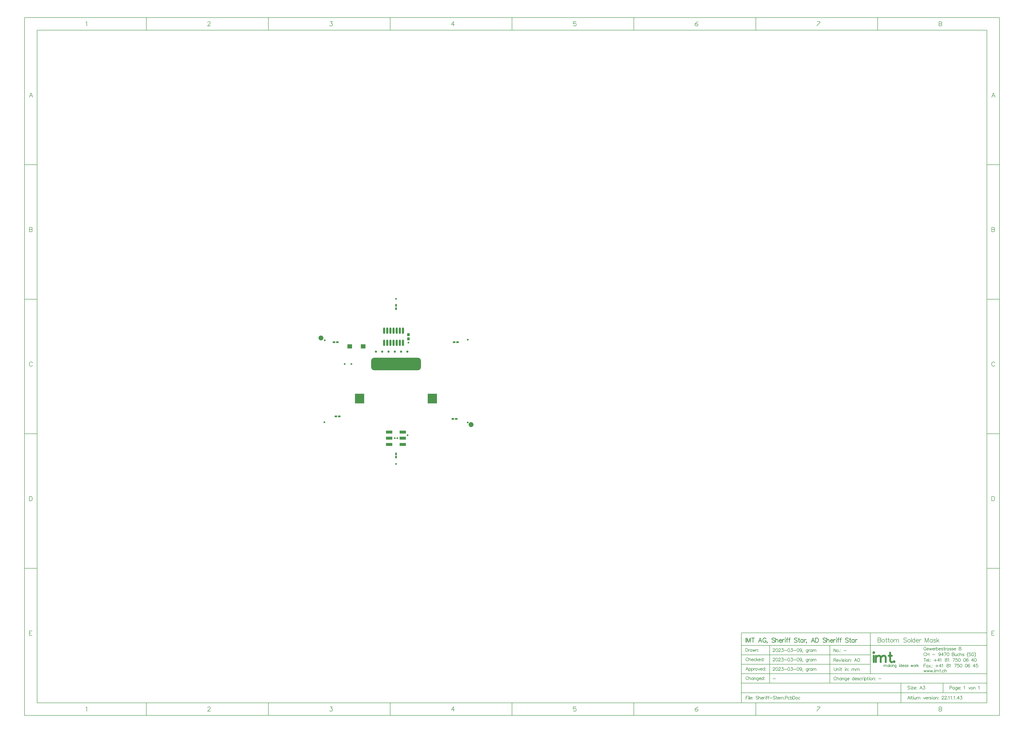
<source format=gbs>
G04*
G04 #@! TF.GenerationSoftware,Altium Limited,Altium Designer,22.11.1 (43)*
G04*
G04 Layer_Color=16711935*
%FSLAX44Y44*%
%MOMM*%
G71*
G04*
G04 #@! TF.SameCoordinates,DB873E63-77BF-45AF-8D19-C352679DEADA*
G04*
G04*
G04 #@! TF.FilePolarity,Negative*
G04*
G01*
G75*
%ADD10C,0.1270*%
%ADD11C,0.2540*%
%ADD12C,0.2000*%
%ADD13C,0.7620*%
%ADD14C,0.1778*%
%ADD33C,1.5000*%
%ADD34R,0.8000X1.0000*%
%ADD35R,3.7000X4.0000*%
%ADD36R,2.6000X1.3000*%
%ADD37R,1.1000X1.2000*%
%ADD38R,1.9000X1.7000*%
%ADD39C,0.9000*%
%ADD40O,0.8000X2.6000*%
%ADD41R,1.0000X0.8000*%
G04:AMPARAMS|DCode=42|XSize=20.1mm|YSize=5.1mm|CornerRadius=1.3mm|HoleSize=0mm|Usage=FLASHONLY|Rotation=0.000|XOffset=0mm|YOffset=0mm|HoleType=Round|Shape=RoundedRectangle|*
%AMROUNDEDRECTD42*
21,1,20.1000,2.5000,0,0,0.0*
21,1,17.5000,5.1000,0,0,0.0*
1,1,2.6000,8.7500,-1.2500*
1,1,2.6000,-8.7500,-1.2500*
1,1,2.6000,-8.7500,1.2500*
1,1,2.6000,8.7500,1.2500*
%
%ADD42ROUNDEDRECTD42*%
%ADD43C,0.7000*%
D10*
X1895000Y-948810D02*
Y-667260D01*
Y-870070D02*
X2885600D01*
X2009300D02*
Y-717670D01*
X1895000Y-755770D02*
X2415700D01*
X1895000Y-793870D02*
X2415700D01*
X1895000Y-831970D02*
X2886200D01*
X2415700Y-832360D02*
Y-666870D01*
X1895000Y-717670D02*
X2885600D01*
X1895000Y-666870D02*
X2885600D01*
X1895270Y-908270D02*
X2885870D01*
X2251870Y-870070D02*
Y-717670D01*
X2538890Y-949200D02*
Y-870206D01*
X2709070Y-908306D02*
Y-870206D01*
X1460625Y1768600D02*
Y1819400D01*
X-15750Y1768600D02*
Y1819400D01*
X2444875Y-1000000D02*
Y-949200D01*
X1952750Y-1000000D02*
Y-949200D01*
X1460625Y-1000000D02*
Y-949200D01*
X968500Y-1000000D02*
Y-949200D01*
X476375Y-1000000D02*
Y-949200D01*
X-15750Y-1000000D02*
Y-949200D01*
X-507875Y-1000000D02*
Y-949200D01*
X-1000000Y-405640D02*
X-949200D01*
X-1000000Y137920D02*
X-949200D01*
X-1000000Y681480D02*
X-949200D01*
X2444875Y1768600D02*
Y1819400D01*
X1952750Y1768600D02*
Y1819400D01*
X968500Y1768600D02*
Y1819400D01*
X476375Y1768600D02*
Y1819400D01*
X-507875Y1768600D02*
Y1819400D01*
X-949200Y1768600D02*
X2886200D01*
Y-949200D02*
Y1768600D01*
X-949200Y-949200D02*
X2886200D01*
X-949200D02*
Y1768600D01*
X-1000000Y1819400D02*
X2937000D01*
Y-1000000D02*
Y1819400D01*
X-1000000Y-1000000D02*
X2937000D01*
X-1000000D02*
Y1819400D01*
Y1225040D02*
X-949200D01*
X2886200D02*
X2937000D01*
X2886200Y681480D02*
X2937000D01*
X2886200Y137920D02*
X2937000D01*
X2886200Y-405640D02*
X2937000D01*
X2277449Y-847696D02*
X2276845Y-846487D01*
X2275636Y-845277D01*
X2274426Y-844673D01*
X2272008D01*
X2270798Y-845277D01*
X2269589Y-846487D01*
X2268985Y-847696D01*
X2268380Y-849510D01*
Y-852533D01*
X2268985Y-854347D01*
X2269589Y-855556D01*
X2270798Y-856765D01*
X2272008Y-857370D01*
X2274426D01*
X2275636Y-856765D01*
X2276845Y-855556D01*
X2277449Y-854347D01*
X2281017Y-844673D02*
Y-857370D01*
Y-851324D02*
X2282831Y-849510D01*
X2284040Y-848905D01*
X2285854D01*
X2287063Y-849510D01*
X2287668Y-851324D01*
Y-857370D01*
X2298249Y-848905D02*
Y-857370D01*
Y-850719D02*
X2297040Y-849510D01*
X2295830Y-848905D01*
X2294016D01*
X2292807Y-849510D01*
X2291598Y-850719D01*
X2290993Y-852533D01*
Y-853742D01*
X2291598Y-855556D01*
X2292807Y-856765D01*
X2294016Y-857370D01*
X2295830D01*
X2297040Y-856765D01*
X2298249Y-855556D01*
X2301635Y-848905D02*
Y-857370D01*
Y-851324D02*
X2303449Y-849510D01*
X2304658Y-848905D01*
X2306472D01*
X2307681Y-849510D01*
X2308286Y-851324D01*
Y-857370D01*
X2318867Y-848905D02*
Y-858579D01*
X2318262Y-860393D01*
X2317657Y-860998D01*
X2316448Y-861602D01*
X2314634D01*
X2313425Y-860998D01*
X2318867Y-850719D02*
X2317657Y-849510D01*
X2316448Y-848905D01*
X2314634D01*
X2313425Y-849510D01*
X2312216Y-850719D01*
X2311611Y-852533D01*
Y-853742D01*
X2312216Y-855556D01*
X2313425Y-856765D01*
X2314634Y-857370D01*
X2316448D01*
X2317657Y-856765D01*
X2318867Y-855556D01*
X2322253Y-852533D02*
X2329508D01*
Y-851324D01*
X2328904Y-850114D01*
X2328299Y-849510D01*
X2327090Y-848905D01*
X2325276D01*
X2324067Y-849510D01*
X2322857Y-850719D01*
X2322253Y-852533D01*
Y-853742D01*
X2322857Y-855556D01*
X2324067Y-856765D01*
X2325276Y-857370D01*
X2327090D01*
X2328299Y-856765D01*
X2329508Y-855556D01*
X2349461Y-844673D02*
Y-857370D01*
Y-850719D02*
X2348252Y-849510D01*
X2347043Y-848905D01*
X2345229D01*
X2344019Y-849510D01*
X2342810Y-850719D01*
X2342206Y-852533D01*
Y-853742D01*
X2342810Y-855556D01*
X2344019Y-856765D01*
X2345229Y-857370D01*
X2347043D01*
X2348252Y-856765D01*
X2349461Y-855556D01*
X2352847Y-852533D02*
X2360103D01*
Y-851324D01*
X2359498Y-850114D01*
X2358893Y-849510D01*
X2357684Y-848905D01*
X2355870D01*
X2354661Y-849510D01*
X2353452Y-850719D01*
X2352847Y-852533D01*
Y-853742D01*
X2353452Y-855556D01*
X2354661Y-856765D01*
X2355870Y-857370D01*
X2357684D01*
X2358893Y-856765D01*
X2360103Y-855556D01*
X2369474Y-850719D02*
X2368870Y-849510D01*
X2367056Y-848905D01*
X2365242D01*
X2363428Y-849510D01*
X2362824Y-850719D01*
X2363428Y-851928D01*
X2364637Y-852533D01*
X2367661Y-853138D01*
X2368870Y-853742D01*
X2369474Y-854951D01*
Y-855556D01*
X2368870Y-856765D01*
X2367056Y-857370D01*
X2365242D01*
X2363428Y-856765D01*
X2362824Y-855556D01*
X2379391Y-850719D02*
X2378181Y-849510D01*
X2376972Y-848905D01*
X2375158D01*
X2373949Y-849510D01*
X2372740Y-850719D01*
X2372135Y-852533D01*
Y-853742D01*
X2372740Y-855556D01*
X2373949Y-856765D01*
X2375158Y-857370D01*
X2376972D01*
X2378181Y-856765D01*
X2379391Y-855556D01*
X2382111Y-848905D02*
Y-857370D01*
Y-852533D02*
X2382716Y-850719D01*
X2383925Y-849510D01*
X2385134Y-848905D01*
X2386948D01*
X2389306Y-844673D02*
X2389911Y-845277D01*
X2390516Y-844673D01*
X2389911Y-844068D01*
X2389306Y-844673D01*
X2389911Y-848905D02*
Y-857370D01*
X2392753Y-848905D02*
Y-861602D01*
Y-850719D02*
X2393962Y-849510D01*
X2395171Y-848905D01*
X2396985D01*
X2398195Y-849510D01*
X2399404Y-850719D01*
X2400009Y-852533D01*
Y-853742D01*
X2399404Y-855556D01*
X2398195Y-856765D01*
X2396985Y-857370D01*
X2395171D01*
X2393962Y-856765D01*
X2392753Y-855556D01*
X2404543Y-844673D02*
Y-854951D01*
X2405148Y-856765D01*
X2406357Y-857370D01*
X2407566D01*
X2402729Y-848905D02*
X2406962D01*
X2410589Y-844673D02*
X2411194Y-845277D01*
X2411799Y-844673D01*
X2411194Y-844068D01*
X2410589Y-844673D01*
X2411194Y-848905D02*
Y-857370D01*
X2417059Y-848905D02*
X2415850Y-849510D01*
X2414641Y-850719D01*
X2414036Y-852533D01*
Y-853742D01*
X2414641Y-855556D01*
X2415850Y-856765D01*
X2417059Y-857370D01*
X2418873D01*
X2420082Y-856765D01*
X2421292Y-855556D01*
X2421896Y-853742D01*
Y-852533D01*
X2421292Y-850719D01*
X2420082Y-849510D01*
X2418873Y-848905D01*
X2417059D01*
X2424677D02*
Y-857370D01*
Y-851324D02*
X2426491Y-849510D01*
X2427701Y-848905D01*
X2429514D01*
X2430724Y-849510D01*
X2431328Y-851324D01*
Y-857370D01*
X2435258Y-848905D02*
X2434654Y-849510D01*
X2435258Y-850114D01*
X2435863Y-849510D01*
X2435258Y-848905D01*
Y-856161D02*
X2434654Y-856765D01*
X2435258Y-857370D01*
X2435863Y-856765D01*
X2435258Y-856161D01*
X2448621Y-851928D02*
X2459504D01*
X2267710Y-770133D02*
Y-782830D01*
Y-770133D02*
X2273152D01*
X2274966Y-770737D01*
X2275570Y-771342D01*
X2276175Y-772551D01*
Y-773761D01*
X2275570Y-774970D01*
X2274966Y-775574D01*
X2273152Y-776179D01*
X2267710D01*
X2271942D02*
X2276175Y-782830D01*
X2279017Y-777993D02*
X2286272D01*
Y-776784D01*
X2285668Y-775574D01*
X2285063Y-774970D01*
X2283854Y-774365D01*
X2282040D01*
X2280831Y-774970D01*
X2279621Y-776179D01*
X2279017Y-777993D01*
Y-779202D01*
X2279621Y-781016D01*
X2280831Y-782225D01*
X2282040Y-782830D01*
X2283854D01*
X2285063Y-782225D01*
X2286272Y-781016D01*
X2288993Y-774365D02*
X2292621Y-782830D01*
X2296249Y-774365D02*
X2292621Y-782830D01*
X2299514Y-770133D02*
X2300118Y-770737D01*
X2300723Y-770133D01*
X2300118Y-769528D01*
X2299514Y-770133D01*
X2300118Y-774365D02*
Y-782830D01*
X2309611Y-776179D02*
X2309006Y-774970D01*
X2307193Y-774365D01*
X2305379D01*
X2303565Y-774970D01*
X2302960Y-776179D01*
X2303565Y-777388D01*
X2304774Y-777993D01*
X2307797Y-778598D01*
X2309006Y-779202D01*
X2309611Y-780412D01*
Y-781016D01*
X2309006Y-782225D01*
X2307193Y-782830D01*
X2305379D01*
X2303565Y-782225D01*
X2302960Y-781016D01*
X2313481Y-770133D02*
X2314085Y-770737D01*
X2314690Y-770133D01*
X2314085Y-769528D01*
X2313481Y-770133D01*
X2314085Y-774365D02*
Y-782830D01*
X2319950Y-774365D02*
X2318741Y-774970D01*
X2317532Y-776179D01*
X2316927Y-777993D01*
Y-779202D01*
X2317532Y-781016D01*
X2318741Y-782225D01*
X2319950Y-782830D01*
X2321764D01*
X2322973Y-782225D01*
X2324183Y-781016D01*
X2324787Y-779202D01*
Y-777993D01*
X2324183Y-776179D01*
X2322973Y-774970D01*
X2321764Y-774365D01*
X2319950D01*
X2327569D02*
Y-782830D01*
Y-776784D02*
X2329382Y-774970D01*
X2330592Y-774365D01*
X2332406D01*
X2333615Y-774970D01*
X2334220Y-776784D01*
Y-782830D01*
X2338150Y-774365D02*
X2337545Y-774970D01*
X2338150Y-775574D01*
X2338754Y-774970D01*
X2338150Y-774365D01*
Y-781621D02*
X2337545Y-782225D01*
X2338150Y-782830D01*
X2338754Y-782225D01*
X2338150Y-781621D01*
X2361186Y-782830D02*
X2356349Y-770133D01*
X2351512Y-782830D01*
X2353326Y-778598D02*
X2359372D01*
X2367777Y-770133D02*
X2365963Y-770737D01*
X2364754Y-772551D01*
X2364149Y-775574D01*
Y-777388D01*
X2364754Y-780412D01*
X2365963Y-782225D01*
X2367777Y-782830D01*
X2368986D01*
X2370800Y-782225D01*
X2372009Y-780412D01*
X2372614Y-777388D01*
Y-775574D01*
X2372009Y-772551D01*
X2370800Y-770737D01*
X2368986Y-770133D01*
X2367777D01*
X2736340Y-888544D02*
X2741782D01*
X2743596Y-887939D01*
X2744200Y-887334D01*
X2744805Y-886125D01*
Y-884311D01*
X2744200Y-883102D01*
X2743596Y-882497D01*
X2741782Y-881893D01*
X2736340D01*
Y-894590D01*
X2754902Y-886125D02*
Y-894590D01*
Y-887939D02*
X2753693Y-886730D01*
X2752484Y-886125D01*
X2750670D01*
X2749460Y-886730D01*
X2748251Y-887939D01*
X2747646Y-889753D01*
Y-890962D01*
X2748251Y-892776D01*
X2749460Y-893985D01*
X2750670Y-894590D01*
X2752484D01*
X2753693Y-893985D01*
X2754902Y-892776D01*
X2765544Y-886125D02*
Y-895799D01*
X2764939Y-897613D01*
X2764334Y-898218D01*
X2763125Y-898822D01*
X2761311D01*
X2760102Y-898218D01*
X2765544Y-887939D02*
X2764334Y-886730D01*
X2763125Y-886125D01*
X2761311D01*
X2760102Y-886730D01*
X2758893Y-887939D01*
X2758288Y-889753D01*
Y-890962D01*
X2758893Y-892776D01*
X2760102Y-893985D01*
X2761311Y-894590D01*
X2763125D01*
X2764334Y-893985D01*
X2765544Y-892776D01*
X2768930Y-889753D02*
X2776185D01*
Y-888544D01*
X2775581Y-887334D01*
X2774976Y-886730D01*
X2773767Y-886125D01*
X2771953D01*
X2770744Y-886730D01*
X2769534Y-887939D01*
X2768930Y-889753D01*
Y-890962D01*
X2769534Y-892776D01*
X2770744Y-893985D01*
X2771953Y-894590D01*
X2773767D01*
X2774976Y-893985D01*
X2776185Y-892776D01*
X2779511Y-886125D02*
X2778906Y-886730D01*
X2779511Y-887334D01*
X2780115Y-886730D01*
X2779511Y-886125D01*
Y-893381D02*
X2778906Y-893985D01*
X2779511Y-894590D01*
X2780115Y-893985D01*
X2779511Y-893381D01*
X2792873Y-884311D02*
X2794082Y-883707D01*
X2795896Y-881893D01*
Y-894590D01*
X2812161Y-886125D02*
X2815789Y-894590D01*
X2819417Y-886125D02*
X2815789Y-894590D01*
X2824496Y-886125D02*
X2823286Y-886730D01*
X2822077Y-887939D01*
X2821472Y-889753D01*
Y-890962D01*
X2822077Y-892776D01*
X2823286Y-893985D01*
X2824496Y-894590D01*
X2826309D01*
X2827519Y-893985D01*
X2828728Y-892776D01*
X2829333Y-890962D01*
Y-889753D01*
X2828728Y-887939D01*
X2827519Y-886730D01*
X2826309Y-886125D01*
X2824496D01*
X2832114D02*
Y-894590D01*
Y-888544D02*
X2833928Y-886730D01*
X2835137Y-886125D01*
X2836951D01*
X2838160Y-886730D01*
X2838765Y-888544D01*
Y-894590D01*
X2852067Y-884311D02*
X2853276Y-883707D01*
X2855090Y-881893D01*
Y-894590D01*
X2267710Y-730763D02*
Y-743460D01*
Y-730763D02*
X2276175Y-743460D01*
Y-730763D02*
Y-743460D01*
X2282705Y-734995D02*
X2281496Y-735600D01*
X2280286Y-736809D01*
X2279682Y-738623D01*
Y-739832D01*
X2280286Y-741646D01*
X2281496Y-742855D01*
X2282705Y-743460D01*
X2284519D01*
X2285728Y-742855D01*
X2286937Y-741646D01*
X2287542Y-739832D01*
Y-738623D01*
X2286937Y-736809D01*
X2285728Y-735600D01*
X2284519Y-734995D01*
X2282705D01*
X2290928Y-742251D02*
X2290323Y-742855D01*
X2290928Y-743460D01*
X2291532Y-742855D01*
X2290928Y-742251D01*
X2294918Y-734995D02*
X2294314Y-735600D01*
X2294918Y-736204D01*
X2295523Y-735600D01*
X2294918Y-734995D01*
Y-742251D02*
X2294314Y-742855D01*
X2294918Y-743460D01*
X2295523Y-742855D01*
X2294918Y-742251D01*
X2308281Y-738018D02*
X2319164D01*
X1922454Y-818000D02*
X1917617Y-805303D01*
X1912780Y-818000D01*
X1914594Y-813768D02*
X1920640D01*
X1925417Y-809535D02*
Y-822232D01*
Y-811349D02*
X1926626Y-810140D01*
X1927835Y-809535D01*
X1929649D01*
X1930858Y-810140D01*
X1932068Y-811349D01*
X1932672Y-813163D01*
Y-814372D01*
X1932068Y-816186D01*
X1930858Y-817395D01*
X1929649Y-818000D01*
X1927835D01*
X1926626Y-817395D01*
X1925417Y-816186D01*
X1935393Y-809535D02*
Y-822232D01*
Y-811349D02*
X1936602Y-810140D01*
X1937812Y-809535D01*
X1939626D01*
X1940835Y-810140D01*
X1942044Y-811349D01*
X1942649Y-813163D01*
Y-814372D01*
X1942044Y-816186D01*
X1940835Y-817395D01*
X1939626Y-818000D01*
X1937812D01*
X1936602Y-817395D01*
X1935393Y-816186D01*
X1945370Y-809535D02*
Y-818000D01*
Y-813163D02*
X1945974Y-811349D01*
X1947184Y-810140D01*
X1948393Y-809535D01*
X1950207D01*
X1954379D02*
X1953169Y-810140D01*
X1951960Y-811349D01*
X1951355Y-813163D01*
Y-814372D01*
X1951960Y-816186D01*
X1953169Y-817395D01*
X1954379Y-818000D01*
X1956193D01*
X1957402Y-817395D01*
X1958611Y-816186D01*
X1959216Y-814372D01*
Y-813163D01*
X1958611Y-811349D01*
X1957402Y-810140D01*
X1956193Y-809535D01*
X1954379D01*
X1961997D02*
X1965625Y-818000D01*
X1969253Y-809535D02*
X1965625Y-818000D01*
X1971308Y-813163D02*
X1978564D01*
Y-811954D01*
X1977959Y-810744D01*
X1977355Y-810140D01*
X1976145Y-809535D01*
X1974332D01*
X1973122Y-810140D01*
X1971913Y-811349D01*
X1971308Y-813163D01*
Y-814372D01*
X1971913Y-816186D01*
X1973122Y-817395D01*
X1974332Y-818000D01*
X1976145D01*
X1977355Y-817395D01*
X1978564Y-816186D01*
X1988540Y-805303D02*
Y-818000D01*
Y-811349D02*
X1987331Y-810140D01*
X1986122Y-809535D01*
X1984308D01*
X1983099Y-810140D01*
X1981889Y-811349D01*
X1981285Y-813163D01*
Y-814372D01*
X1981889Y-816186D01*
X1983099Y-817395D01*
X1984308Y-818000D01*
X1986122D01*
X1987331Y-817395D01*
X1988540Y-816186D01*
X1992531Y-809535D02*
X1991926Y-810140D01*
X1992531Y-810744D01*
X1993136Y-810140D01*
X1992531Y-809535D01*
Y-816791D02*
X1991926Y-817395D01*
X1992531Y-818000D01*
X1993136Y-817395D01*
X1992531Y-816791D01*
X1921850Y-770226D02*
X1921245Y-769017D01*
X1920036Y-767807D01*
X1918826Y-767203D01*
X1916408D01*
X1915199Y-767807D01*
X1913989Y-769017D01*
X1913385Y-770226D01*
X1912780Y-772040D01*
Y-775063D01*
X1913385Y-776877D01*
X1913989Y-778086D01*
X1915199Y-779295D01*
X1916408Y-779900D01*
X1918826D01*
X1920036Y-779295D01*
X1921245Y-778086D01*
X1921850Y-776877D01*
X1925417Y-767203D02*
Y-779900D01*
Y-773854D02*
X1927231Y-772040D01*
X1928440Y-771435D01*
X1930254D01*
X1931463Y-772040D01*
X1932068Y-773854D01*
Y-779900D01*
X1935393Y-775063D02*
X1942649D01*
Y-773854D01*
X1942044Y-772644D01*
X1941440Y-772040D01*
X1940230Y-771435D01*
X1938416D01*
X1937207Y-772040D01*
X1935998Y-773249D01*
X1935393Y-775063D01*
Y-776272D01*
X1935998Y-778086D01*
X1937207Y-779295D01*
X1938416Y-779900D01*
X1940230D01*
X1941440Y-779295D01*
X1942649Y-778086D01*
X1952625Y-773249D02*
X1951416Y-772040D01*
X1950207Y-771435D01*
X1948393D01*
X1947184Y-772040D01*
X1945974Y-773249D01*
X1945370Y-775063D01*
Y-776272D01*
X1945974Y-778086D01*
X1947184Y-779295D01*
X1948393Y-779900D01*
X1950207D01*
X1951416Y-779295D01*
X1952625Y-778086D01*
X1955346Y-767203D02*
Y-779900D01*
X1961392Y-771435D02*
X1955346Y-777482D01*
X1957765Y-775063D02*
X1961997Y-779900D01*
X1963992Y-775063D02*
X1971248D01*
Y-773854D01*
X1970643Y-772644D01*
X1970039Y-772040D01*
X1968829Y-771435D01*
X1967016D01*
X1965806Y-772040D01*
X1964597Y-773249D01*
X1963992Y-775063D01*
Y-776272D01*
X1964597Y-778086D01*
X1965806Y-779295D01*
X1967016Y-779900D01*
X1968829D01*
X1970039Y-779295D01*
X1971248Y-778086D01*
X1981224Y-767203D02*
Y-779900D01*
Y-773249D02*
X1980015Y-772040D01*
X1978806Y-771435D01*
X1976992D01*
X1975783Y-772040D01*
X1974573Y-773249D01*
X1973969Y-775063D01*
Y-776272D01*
X1974573Y-778086D01*
X1975783Y-779295D01*
X1976992Y-779900D01*
X1978806D01*
X1980015Y-779295D01*
X1981224Y-778086D01*
X1985215Y-771435D02*
X1984610Y-772040D01*
X1985215Y-772644D01*
X1985820Y-772040D01*
X1985215Y-771435D01*
Y-778691D02*
X1984610Y-779295D01*
X1985215Y-779900D01*
X1985820Y-779295D01*
X1985215Y-778691D01*
X1912780Y-729103D02*
Y-741800D01*
Y-729103D02*
X1917012D01*
X1918826Y-729707D01*
X1920036Y-730917D01*
X1920640Y-732126D01*
X1921245Y-733940D01*
Y-736963D01*
X1920640Y-738777D01*
X1920036Y-739986D01*
X1918826Y-741195D01*
X1917012Y-741800D01*
X1912780D01*
X1924087Y-733335D02*
Y-741800D01*
Y-736963D02*
X1924691Y-735149D01*
X1925901Y-733940D01*
X1927110Y-733335D01*
X1928924D01*
X1937328D02*
Y-741800D01*
Y-735149D02*
X1936119Y-733940D01*
X1934910Y-733335D01*
X1933096D01*
X1931886Y-733940D01*
X1930677Y-735149D01*
X1930072Y-736963D01*
Y-738172D01*
X1930677Y-739986D01*
X1931886Y-741195D01*
X1933096Y-741800D01*
X1934910D01*
X1936119Y-741195D01*
X1937328Y-739986D01*
X1940714Y-733335D02*
X1943133Y-741800D01*
X1945551Y-733335D02*
X1943133Y-741800D01*
X1945551Y-733335D02*
X1947970Y-741800D01*
X1950388Y-733335D02*
X1947970Y-741800D01*
X1953351Y-733335D02*
Y-741800D01*
Y-735754D02*
X1955165Y-733940D01*
X1956374Y-733335D01*
X1958188D01*
X1959397Y-733940D01*
X1960002Y-735754D01*
Y-741800D01*
X1963932Y-733335D02*
X1963327Y-733940D01*
X1963932Y-734544D01*
X1964536Y-733940D01*
X1963932Y-733335D01*
Y-740591D02*
X1963327Y-741195D01*
X1963932Y-741800D01*
X1964536Y-741195D01*
X1963932Y-740591D01*
X1913000Y-922303D02*
Y-935000D01*
Y-922303D02*
X1920860D01*
X1913000Y-928349D02*
X1917837D01*
X1923521Y-922303D02*
X1924125Y-922907D01*
X1924730Y-922303D01*
X1924125Y-921698D01*
X1923521Y-922303D01*
X1924125Y-926535D02*
Y-935000D01*
X1926967Y-922303D02*
Y-935000D01*
X1929627Y-930163D02*
X1936883D01*
Y-928954D01*
X1936278Y-927744D01*
X1935674Y-927140D01*
X1934464Y-926535D01*
X1932650D01*
X1931441Y-927140D01*
X1930232Y-928349D01*
X1929627Y-930163D01*
Y-931372D01*
X1930232Y-933186D01*
X1931441Y-934395D01*
X1932650Y-935000D01*
X1934464D01*
X1935674Y-934395D01*
X1936883Y-933186D01*
X1940208Y-926535D02*
X1939604Y-927140D01*
X1940208Y-927744D01*
X1940813Y-927140D01*
X1940208Y-926535D01*
Y-933791D02*
X1939604Y-934395D01*
X1940208Y-935000D01*
X1940813Y-934395D01*
X1940208Y-933791D01*
X1962036Y-924117D02*
X1960826Y-922907D01*
X1959012Y-922303D01*
X1956594D01*
X1954780Y-922907D01*
X1953571Y-924117D01*
Y-925326D01*
X1954175Y-926535D01*
X1954780Y-927140D01*
X1955989Y-927744D01*
X1959617Y-928954D01*
X1960826Y-929558D01*
X1961431Y-930163D01*
X1962036Y-931372D01*
Y-933186D01*
X1960826Y-934395D01*
X1959012Y-935000D01*
X1956594D01*
X1954780Y-934395D01*
X1953571Y-933186D01*
X1964877Y-922303D02*
Y-935000D01*
Y-928954D02*
X1966691Y-927140D01*
X1967901Y-926535D01*
X1969715D01*
X1970924Y-927140D01*
X1971528Y-928954D01*
Y-935000D01*
X1974854Y-930163D02*
X1982109D01*
Y-928954D01*
X1981505Y-927744D01*
X1980900Y-927140D01*
X1979691Y-926535D01*
X1977877D01*
X1976668Y-927140D01*
X1975459Y-928349D01*
X1974854Y-930163D01*
Y-931372D01*
X1975459Y-933186D01*
X1976668Y-934395D01*
X1977877Y-935000D01*
X1979691D01*
X1980900Y-934395D01*
X1982109Y-933186D01*
X1984830Y-926535D02*
Y-935000D01*
Y-930163D02*
X1985435Y-928349D01*
X1986644Y-927140D01*
X1987854Y-926535D01*
X1989667D01*
X1992025Y-922303D02*
X1992630Y-922907D01*
X1993235Y-922303D01*
X1992630Y-921698D01*
X1992025Y-922303D01*
X1992630Y-926535D02*
Y-935000D01*
X2000309Y-922303D02*
X1999100D01*
X1997890Y-922907D01*
X1997286Y-924721D01*
Y-935000D01*
X1995472Y-926535D02*
X1999704D01*
X2006960Y-922303D02*
X2005751D01*
X2004541Y-922907D01*
X2003937Y-924721D01*
Y-935000D01*
X2002123Y-926535D02*
X2006355D01*
X2008774Y-929558D02*
X2019657D01*
X2031871Y-924117D02*
X2030661Y-922907D01*
X2028848Y-922303D01*
X2026429D01*
X2024615Y-922907D01*
X2023406Y-924117D01*
Y-925326D01*
X2024010Y-926535D01*
X2024615Y-927140D01*
X2025824Y-927744D01*
X2029452Y-928954D01*
X2030661Y-929558D01*
X2031266Y-930163D01*
X2031871Y-931372D01*
Y-933186D01*
X2030661Y-934395D01*
X2028848Y-935000D01*
X2026429D01*
X2024615Y-934395D01*
X2023406Y-933186D01*
X2036526Y-922303D02*
Y-932581D01*
X2037131Y-934395D01*
X2038340Y-935000D01*
X2039550D01*
X2034713Y-926535D02*
X2038945D01*
X2041364Y-930163D02*
X2048619D01*
Y-928954D01*
X2048014Y-927744D01*
X2047410Y-927140D01*
X2046201Y-926535D01*
X2044387D01*
X2043177Y-927140D01*
X2041968Y-928349D01*
X2041364Y-930163D01*
Y-931372D01*
X2041968Y-933186D01*
X2043177Y-934395D01*
X2044387Y-935000D01*
X2046201D01*
X2047410Y-934395D01*
X2048619Y-933186D01*
X2051340Y-926535D02*
Y-935000D01*
Y-930163D02*
X2051944Y-928349D01*
X2053154Y-927140D01*
X2054363Y-926535D01*
X2056177D01*
X2057326D02*
Y-935000D01*
Y-928954D02*
X2059140Y-927140D01*
X2060349Y-926535D01*
X2062163D01*
X2063372Y-927140D01*
X2063977Y-928954D01*
Y-935000D01*
X2067907Y-933791D02*
X2067302Y-934395D01*
X2067907Y-935000D01*
X2068512Y-934395D01*
X2067907Y-933791D01*
X2071293Y-928954D02*
X2076734D01*
X2078548Y-928349D01*
X2079153Y-927744D01*
X2079758Y-926535D01*
Y-924721D01*
X2079153Y-923512D01*
X2078548Y-922907D01*
X2076734Y-922303D01*
X2071293D01*
Y-935000D01*
X2089855Y-928349D02*
X2088646Y-927140D01*
X2087436Y-926535D01*
X2085623D01*
X2084413Y-927140D01*
X2083204Y-928349D01*
X2082599Y-930163D01*
Y-931372D01*
X2083204Y-933186D01*
X2084413Y-934395D01*
X2085623Y-935000D01*
X2087436D01*
X2088646Y-934395D01*
X2089855Y-933186D01*
X2092576Y-922303D02*
Y-935000D01*
Y-928349D02*
X2093785Y-927140D01*
X2094994Y-926535D01*
X2096808D01*
X2098017Y-927140D01*
X2099227Y-928349D01*
X2099831Y-930163D01*
Y-931372D01*
X2099227Y-933186D01*
X2098017Y-934395D01*
X2096808Y-935000D01*
X2094994D01*
X2093785Y-934395D01*
X2092576Y-933186D01*
X2102552Y-922303D02*
Y-935000D01*
Y-922303D02*
X2106785D01*
X2108599Y-922907D01*
X2109808Y-924117D01*
X2110412Y-925326D01*
X2111017Y-927140D01*
Y-930163D01*
X2110412Y-931977D01*
X2109808Y-933186D01*
X2108599Y-934395D01*
X2106785Y-935000D01*
X2102552D01*
X2116882Y-926535D02*
X2115673Y-927140D01*
X2114464Y-928349D01*
X2113859Y-930163D01*
Y-931372D01*
X2114464Y-933186D01*
X2115673Y-934395D01*
X2116882Y-935000D01*
X2118696D01*
X2119905Y-934395D01*
X2121115Y-933186D01*
X2121719Y-931372D01*
Y-930163D01*
X2121115Y-928349D01*
X2119905Y-927140D01*
X2118696Y-926535D01*
X2116882D01*
X2131756Y-928349D02*
X2130547Y-927140D01*
X2129337Y-926535D01*
X2127524D01*
X2126314Y-927140D01*
X2125105Y-928349D01*
X2124500Y-930163D01*
Y-931372D01*
X2125105Y-933186D01*
X2126314Y-934395D01*
X2127524Y-935000D01*
X2129337D01*
X2130547Y-934395D01*
X2131756Y-933186D01*
X2268980Y-806963D02*
Y-816032D01*
X2269585Y-817846D01*
X2270794Y-819055D01*
X2272608Y-819660D01*
X2273817D01*
X2275631Y-819055D01*
X2276840Y-817846D01*
X2277445Y-816032D01*
Y-806963D01*
X2280952Y-811195D02*
Y-819660D01*
Y-813614D02*
X2282766Y-811800D01*
X2283975Y-811195D01*
X2285789D01*
X2286998Y-811800D01*
X2287603Y-813614D01*
Y-819660D01*
X2292137Y-806963D02*
X2292742Y-807567D01*
X2293347Y-806963D01*
X2292742Y-806358D01*
X2292137Y-806963D01*
X2292742Y-811195D02*
Y-819660D01*
X2297398Y-806963D02*
Y-817242D01*
X2298002Y-819055D01*
X2299212Y-819660D01*
X2300421D01*
X2295584Y-811195D02*
X2299816D01*
X2313421Y-806963D02*
X2314025Y-807567D01*
X2314630Y-806963D01*
X2314025Y-806358D01*
X2313421Y-806963D01*
X2314025Y-811195D02*
Y-819660D01*
X2316867Y-811195D02*
Y-819660D01*
Y-813614D02*
X2318681Y-811800D01*
X2319890Y-811195D01*
X2321704D01*
X2322913Y-811800D01*
X2323518Y-813614D01*
Y-819660D01*
X2327448Y-811195D02*
X2326843Y-811800D01*
X2327448Y-812404D01*
X2328053Y-811800D01*
X2327448Y-811195D01*
Y-818451D02*
X2326843Y-819055D01*
X2327448Y-819660D01*
X2328053Y-819055D01*
X2327448Y-818451D01*
X2340810Y-811195D02*
Y-819660D01*
Y-813614D02*
X2342624Y-811800D01*
X2343833Y-811195D01*
X2345647D01*
X2346857Y-811800D01*
X2347461Y-813614D01*
Y-819660D01*
Y-813614D02*
X2349275Y-811800D01*
X2350484Y-811195D01*
X2352298D01*
X2353508Y-811800D01*
X2354112Y-813614D01*
Y-819660D01*
X2358103Y-811195D02*
Y-819660D01*
Y-813614D02*
X2359917Y-811800D01*
X2361126Y-811195D01*
X2362940D01*
X2364149Y-811800D01*
X2364754Y-813614D01*
Y-819660D01*
Y-813614D02*
X2366568Y-811800D01*
X2367777Y-811195D01*
X2369591D01*
X2370800Y-811800D01*
X2371405Y-813614D01*
Y-819660D01*
X2574625Y-883707D02*
X2573416Y-882497D01*
X2571602Y-881893D01*
X2569183D01*
X2567369Y-882497D01*
X2566160Y-883707D01*
Y-884916D01*
X2566765Y-886125D01*
X2567369Y-886730D01*
X2568578Y-887334D01*
X2572206Y-888544D01*
X2573416Y-889148D01*
X2574020Y-889753D01*
X2574625Y-890962D01*
Y-892776D01*
X2573416Y-893985D01*
X2571602Y-894590D01*
X2569183D01*
X2567369Y-893985D01*
X2566160Y-892776D01*
X2578676Y-881893D02*
X2579280Y-882497D01*
X2579885Y-881893D01*
X2579280Y-881288D01*
X2578676Y-881893D01*
X2579280Y-886125D02*
Y-894590D01*
X2588773Y-886125D02*
X2582122Y-894590D01*
Y-886125D02*
X2588773D01*
X2582122Y-894590D02*
X2588773D01*
X2591434Y-889753D02*
X2598689D01*
Y-888544D01*
X2598085Y-887334D01*
X2597480Y-886730D01*
X2596271Y-886125D01*
X2594457D01*
X2593247Y-886730D01*
X2592038Y-887939D01*
X2591434Y-889753D01*
Y-890962D01*
X2592038Y-892776D01*
X2593247Y-893985D01*
X2594457Y-894590D01*
X2596271D01*
X2597480Y-893985D01*
X2598689Y-892776D01*
X2602015Y-886125D02*
X2601410Y-886730D01*
X2602015Y-887334D01*
X2602619Y-886730D01*
X2602015Y-886125D01*
Y-893381D02*
X2601410Y-893985D01*
X2602015Y-894590D01*
X2602619Y-893985D01*
X2602015Y-893381D01*
X2625051Y-894590D02*
X2620214Y-881893D01*
X2615377Y-894590D01*
X2617191Y-890358D02*
X2623237D01*
X2629223Y-881893D02*
X2635874D01*
X2632246Y-886730D01*
X2634060D01*
X2635269Y-887334D01*
X2635874Y-887939D01*
X2636479Y-889753D01*
Y-890962D01*
X2635874Y-892776D01*
X2634665Y-893985D01*
X2632851Y-894590D01*
X2631037D01*
X2629223Y-893985D01*
X2628618Y-893381D01*
X2628014Y-892171D01*
X2631600Y-792603D02*
Y-805300D01*
Y-792603D02*
X2639460D01*
X2631600Y-798649D02*
X2636437D01*
X2648167Y-796835D02*
Y-805300D01*
Y-798649D02*
X2646958Y-797440D01*
X2645748Y-796835D01*
X2643935D01*
X2642725Y-797440D01*
X2641516Y-798649D01*
X2640911Y-800463D01*
Y-801672D01*
X2641516Y-803486D01*
X2642725Y-804695D01*
X2643935Y-805300D01*
X2645748D01*
X2646958Y-804695D01*
X2648167Y-803486D01*
X2651553Y-796835D02*
X2658204Y-805300D01*
Y-796835D02*
X2651553Y-805300D01*
X2661469Y-804091D02*
X2660864Y-804695D01*
X2661469Y-805300D01*
X2662073Y-804695D01*
X2661469Y-804091D01*
X2665459Y-796835D02*
X2664855Y-797440D01*
X2665459Y-798044D01*
X2666064Y-797440D01*
X2665459Y-796835D01*
Y-804091D02*
X2664855Y-804695D01*
X2665459Y-805300D01*
X2666064Y-804695D01*
X2665459Y-804091D01*
X2684264Y-794417D02*
Y-805300D01*
X2678822Y-799858D02*
X2689705D01*
X2699500Y-792603D02*
X2693454Y-801068D01*
X2702523D01*
X2699500Y-792603D02*
Y-805300D01*
X2704760Y-795021D02*
X2705970Y-794417D01*
X2707784Y-792603D01*
Y-805300D01*
X2727072Y-792603D02*
X2725258Y-793207D01*
X2724653Y-794417D01*
Y-795626D01*
X2725258Y-796835D01*
X2726467Y-797440D01*
X2728885Y-798044D01*
X2730699Y-798649D01*
X2731909Y-799858D01*
X2732513Y-801068D01*
Y-802881D01*
X2731909Y-804091D01*
X2731304Y-804695D01*
X2729490Y-805300D01*
X2727072D01*
X2725258Y-804695D01*
X2724653Y-804091D01*
X2724048Y-802881D01*
Y-801068D01*
X2724653Y-799858D01*
X2725862Y-798649D01*
X2727676Y-798044D01*
X2730095Y-797440D01*
X2731304Y-796835D01*
X2731909Y-795626D01*
Y-794417D01*
X2731304Y-793207D01*
X2729490Y-792603D01*
X2727072D01*
X2735355Y-795021D02*
X2736564Y-794417D01*
X2738378Y-792603D01*
Y-805300D01*
X2763108Y-792603D02*
X2757061Y-805300D01*
X2754643Y-792603D02*
X2763108D01*
X2773205D02*
X2767159D01*
X2766554Y-798044D01*
X2767159Y-797440D01*
X2768972Y-796835D01*
X2770786D01*
X2772600Y-797440D01*
X2773810Y-798649D01*
X2774414Y-800463D01*
Y-801672D01*
X2773810Y-803486D01*
X2772600Y-804695D01*
X2770786Y-805300D01*
X2768972D01*
X2767159Y-804695D01*
X2766554Y-804091D01*
X2765949Y-802881D01*
X2780884Y-792603D02*
X2779070Y-793207D01*
X2777861Y-795021D01*
X2777256Y-798044D01*
Y-799858D01*
X2777861Y-802881D01*
X2779070Y-804695D01*
X2780884Y-805300D01*
X2782093D01*
X2783907Y-804695D01*
X2785116Y-802881D01*
X2785721Y-799858D01*
Y-798044D01*
X2785116Y-795021D01*
X2783907Y-793207D01*
X2782093Y-792603D01*
X2780884D01*
X2802167D02*
X2800353Y-793207D01*
X2799144Y-795021D01*
X2798539Y-798044D01*
Y-799858D01*
X2799144Y-802881D01*
X2800353Y-804695D01*
X2802167Y-805300D01*
X2803376D01*
X2805190Y-804695D01*
X2806399Y-802881D01*
X2807004Y-799858D01*
Y-798044D01*
X2806399Y-795021D01*
X2805190Y-793207D01*
X2803376Y-792603D01*
X2802167D01*
X2817101Y-794417D02*
X2816497Y-793207D01*
X2814683Y-792603D01*
X2813474D01*
X2811660Y-793207D01*
X2810450Y-795021D01*
X2809846Y-798044D01*
Y-801068D01*
X2810450Y-803486D01*
X2811660Y-804695D01*
X2813474Y-805300D01*
X2814078D01*
X2815892Y-804695D01*
X2817101Y-803486D01*
X2817706Y-801672D01*
Y-801068D01*
X2817101Y-799254D01*
X2815892Y-798044D01*
X2814078Y-797440D01*
X2813474D01*
X2811660Y-798044D01*
X2810450Y-799254D01*
X2809846Y-801068D01*
X2836510Y-792603D02*
X2830464Y-801068D01*
X2839533D01*
X2836510Y-792603D02*
Y-805300D01*
X2849026Y-792603D02*
X2842979D01*
X2842375Y-798044D01*
X2842979Y-797440D01*
X2844793Y-796835D01*
X2846607D01*
X2848421Y-797440D01*
X2849630Y-798649D01*
X2850235Y-800463D01*
Y-801672D01*
X2849630Y-803486D01*
X2848421Y-804695D01*
X2846607Y-805300D01*
X2844793D01*
X2842979Y-804695D01*
X2842375Y-804091D01*
X2841770Y-802881D01*
X2635833Y-769743D02*
Y-782440D01*
X2631600Y-769743D02*
X2640065D01*
X2641577Y-777603D02*
X2648832D01*
Y-776394D01*
X2648228Y-775184D01*
X2647623Y-774580D01*
X2646414Y-773975D01*
X2644600D01*
X2643390Y-774580D01*
X2642181Y-775789D01*
X2641577Y-777603D01*
Y-778812D01*
X2642181Y-780626D01*
X2643390Y-781835D01*
X2644600Y-782440D01*
X2646414D01*
X2647623Y-781835D01*
X2648832Y-780626D01*
X2651553Y-769743D02*
Y-782440D01*
X2654818Y-781231D02*
X2654213Y-781835D01*
X2654818Y-782440D01*
X2655422Y-781835D01*
X2654818Y-781231D01*
X2658808Y-773975D02*
X2658204Y-774580D01*
X2658808Y-775184D01*
X2659413Y-774580D01*
X2658808Y-773975D01*
Y-781231D02*
X2658204Y-781835D01*
X2658808Y-782440D01*
X2659413Y-781835D01*
X2658808Y-781231D01*
X2677613Y-771557D02*
Y-782440D01*
X2672171Y-776998D02*
X2683054D01*
X2692849Y-769743D02*
X2686803Y-778208D01*
X2695872D01*
X2692849Y-769743D02*
Y-782440D01*
X2698109Y-772161D02*
X2699319Y-771557D01*
X2701133Y-769743D01*
Y-782440D01*
X2720421Y-769743D02*
X2718607Y-770347D01*
X2718002Y-771557D01*
Y-772766D01*
X2718607Y-773975D01*
X2719816Y-774580D01*
X2722234Y-775184D01*
X2724048Y-775789D01*
X2725258Y-776998D01*
X2725862Y-778208D01*
Y-780022D01*
X2725258Y-781231D01*
X2724653Y-781835D01*
X2722839Y-782440D01*
X2720421D01*
X2718607Y-781835D01*
X2718002Y-781231D01*
X2717397Y-780022D01*
Y-778208D01*
X2718002Y-776998D01*
X2719211Y-775789D01*
X2721025Y-775184D01*
X2723444Y-774580D01*
X2724653Y-773975D01*
X2725258Y-772766D01*
Y-771557D01*
X2724653Y-770347D01*
X2722839Y-769743D01*
X2720421D01*
X2728704Y-772161D02*
X2729913Y-771557D01*
X2731727Y-769743D01*
Y-782440D01*
X2756457Y-769743D02*
X2750410Y-782440D01*
X2747992Y-769743D02*
X2756457D01*
X2766554D02*
X2760508D01*
X2759903Y-775184D01*
X2760508Y-774580D01*
X2762321Y-773975D01*
X2764135D01*
X2765949Y-774580D01*
X2767159Y-775789D01*
X2767763Y-777603D01*
Y-778812D01*
X2767159Y-780626D01*
X2765949Y-781835D01*
X2764135Y-782440D01*
X2762321D01*
X2760508Y-781835D01*
X2759903Y-781231D01*
X2759298Y-780022D01*
X2774233Y-769743D02*
X2772419Y-770347D01*
X2771210Y-772161D01*
X2770605Y-775184D01*
Y-776998D01*
X2771210Y-780022D01*
X2772419Y-781835D01*
X2774233Y-782440D01*
X2775442D01*
X2777256Y-781835D01*
X2778465Y-780022D01*
X2779070Y-776998D01*
Y-775184D01*
X2778465Y-772161D01*
X2777256Y-770347D01*
X2775442Y-769743D01*
X2774233D01*
X2795516D02*
X2793702Y-770347D01*
X2792493Y-772161D01*
X2791888Y-775184D01*
Y-776998D01*
X2792493Y-780022D01*
X2793702Y-781835D01*
X2795516Y-782440D01*
X2796725D01*
X2798539Y-781835D01*
X2799748Y-780022D01*
X2800353Y-776998D01*
Y-775184D01*
X2799748Y-772161D01*
X2798539Y-770347D01*
X2796725Y-769743D01*
X2795516D01*
X2810450Y-771557D02*
X2809846Y-770347D01*
X2808032Y-769743D01*
X2806823D01*
X2805009Y-770347D01*
X2803799Y-772161D01*
X2803195Y-775184D01*
Y-778208D01*
X2803799Y-780626D01*
X2805009Y-781835D01*
X2806823Y-782440D01*
X2807427D01*
X2809241Y-781835D01*
X2810450Y-780626D01*
X2811055Y-778812D01*
Y-778208D01*
X2810450Y-776394D01*
X2809241Y-775184D01*
X2807427Y-774580D01*
X2806823D01*
X2805009Y-775184D01*
X2803799Y-776394D01*
X2803195Y-778208D01*
X2829859Y-769743D02*
X2823813Y-778208D01*
X2832882D01*
X2829859Y-769743D02*
Y-782440D01*
X2838747Y-769743D02*
X2836933Y-770347D01*
X2835724Y-772161D01*
X2835119Y-775184D01*
Y-776998D01*
X2835724Y-780022D01*
X2836933Y-781835D01*
X2838747Y-782440D01*
X2839956D01*
X2841770Y-781835D01*
X2842979Y-780022D01*
X2843584Y-776998D01*
Y-775184D01*
X2842979Y-772161D01*
X2841770Y-770347D01*
X2839956Y-769743D01*
X2838747D01*
X2640670Y-749906D02*
X2640065Y-748697D01*
X2638856Y-747487D01*
X2637646Y-746883D01*
X2635228D01*
X2634019Y-747487D01*
X2632809Y-748697D01*
X2632205Y-749906D01*
X2631600Y-751720D01*
Y-754743D01*
X2632205Y-756557D01*
X2632809Y-757766D01*
X2634019Y-758975D01*
X2635228Y-759580D01*
X2637646D01*
X2638856Y-758975D01*
X2640065Y-757766D01*
X2640670Y-756557D01*
X2644237Y-746883D02*
Y-759580D01*
X2652702Y-746883D02*
Y-759580D01*
X2644237Y-752929D02*
X2652702D01*
X2666185Y-754138D02*
X2677068D01*
X2698654Y-751115D02*
X2698049Y-752929D01*
X2696840Y-754138D01*
X2695026Y-754743D01*
X2694421D01*
X2692607Y-754138D01*
X2691398Y-752929D01*
X2690793Y-751115D01*
Y-750510D01*
X2691398Y-748697D01*
X2692607Y-747487D01*
X2694421Y-746883D01*
X2695026D01*
X2696840Y-747487D01*
X2698049Y-748697D01*
X2698654Y-751115D01*
Y-754138D01*
X2698049Y-757161D01*
X2696840Y-758975D01*
X2695026Y-759580D01*
X2693817D01*
X2692003Y-758975D01*
X2691398Y-757766D01*
X2708146Y-746883D02*
X2702100Y-755348D01*
X2711170D01*
X2708146Y-746883D02*
Y-759580D01*
X2721872Y-746883D02*
X2715825Y-759580D01*
X2713407Y-746883D02*
X2721872D01*
X2728341D02*
X2726527Y-747487D01*
X2725318Y-749301D01*
X2724713Y-752324D01*
Y-754138D01*
X2725318Y-757161D01*
X2726527Y-758975D01*
X2728341Y-759580D01*
X2729550D01*
X2731364Y-758975D01*
X2732574Y-757161D01*
X2733178Y-754138D01*
Y-752324D01*
X2732574Y-749301D01*
X2731364Y-747487D01*
X2729550Y-746883D01*
X2728341D01*
X2745996D02*
Y-759580D01*
Y-746883D02*
X2751438D01*
X2753252Y-747487D01*
X2753857Y-748092D01*
X2754461Y-749301D01*
Y-750510D01*
X2753857Y-751720D01*
X2753252Y-752324D01*
X2751438Y-752929D01*
X2745996D02*
X2751438D01*
X2753252Y-753534D01*
X2753857Y-754138D01*
X2754461Y-755348D01*
Y-757161D01*
X2753857Y-758371D01*
X2753252Y-758975D01*
X2751438Y-759580D01*
X2745996D01*
X2757303Y-751115D02*
Y-757161D01*
X2757908Y-758975D01*
X2759117Y-759580D01*
X2760931D01*
X2762140Y-758975D01*
X2763954Y-757161D01*
Y-751115D02*
Y-759580D01*
X2774535Y-752929D02*
X2773326Y-751720D01*
X2772117Y-751115D01*
X2770303D01*
X2769093Y-751720D01*
X2767884Y-752929D01*
X2767279Y-754743D01*
Y-755952D01*
X2767884Y-757766D01*
X2769093Y-758975D01*
X2770303Y-759580D01*
X2772117D01*
X2773326Y-758975D01*
X2774535Y-757766D01*
X2777256Y-746883D02*
Y-759580D01*
Y-753534D02*
X2779070Y-751720D01*
X2780279Y-751115D01*
X2782093D01*
X2783302Y-751720D01*
X2783907Y-753534D01*
Y-759580D01*
X2793883Y-752929D02*
X2793279Y-751720D01*
X2791465Y-751115D01*
X2789651D01*
X2787837Y-751720D01*
X2787232Y-752929D01*
X2787837Y-754138D01*
X2789046Y-754743D01*
X2792069Y-755348D01*
X2793279Y-755952D01*
X2793883Y-757161D01*
Y-757766D01*
X2793279Y-758975D01*
X2791465Y-759580D01*
X2789651D01*
X2787837Y-758975D01*
X2787232Y-757766D01*
X2810753Y-744464D02*
X2809543Y-745674D01*
X2808334Y-747487D01*
X2807125Y-749906D01*
X2806520Y-752929D01*
Y-755348D01*
X2807125Y-758371D01*
X2808334Y-760789D01*
X2809543Y-762603D01*
X2810753Y-763812D01*
X2809543Y-745674D02*
X2808334Y-748092D01*
X2807729Y-749906D01*
X2807125Y-752929D01*
Y-755348D01*
X2807729Y-758371D01*
X2808334Y-760185D01*
X2809543Y-762603D01*
X2821636Y-748697D02*
X2820427Y-747487D01*
X2818613Y-746883D01*
X2816194D01*
X2814380Y-747487D01*
X2813171Y-748697D01*
Y-749906D01*
X2813776Y-751115D01*
X2814380Y-751720D01*
X2815590Y-752324D01*
X2819218Y-753534D01*
X2820427Y-754138D01*
X2821031Y-754743D01*
X2821636Y-755952D01*
Y-757766D01*
X2820427Y-758975D01*
X2818613Y-759580D01*
X2816194D01*
X2814380Y-758975D01*
X2813171Y-757766D01*
X2833547Y-749906D02*
X2832943Y-748697D01*
X2831733Y-747487D01*
X2830524Y-746883D01*
X2828105D01*
X2826896Y-747487D01*
X2825687Y-748697D01*
X2825082Y-749906D01*
X2824478Y-751720D01*
Y-754743D01*
X2825082Y-756557D01*
X2825687Y-757766D01*
X2826896Y-758975D01*
X2828105Y-759580D01*
X2830524D01*
X2831733Y-758975D01*
X2832943Y-757766D01*
X2833547Y-756557D01*
Y-754743D01*
X2830524D02*
X2833547D01*
X2836450Y-744464D02*
X2837659Y-745674D01*
X2838868Y-747487D01*
X2840077Y-749906D01*
X2840682Y-752929D01*
Y-755348D01*
X2840077Y-758371D01*
X2838868Y-760789D01*
X2837659Y-762603D01*
X2836450Y-763812D01*
X2837659Y-745674D02*
X2838868Y-748092D01*
X2839473Y-749906D01*
X2840077Y-752929D01*
Y-755348D01*
X2839473Y-758371D01*
X2838868Y-760185D01*
X2837659Y-762603D01*
X2640670Y-727046D02*
X2640065Y-725837D01*
X2638856Y-724627D01*
X2637646Y-724023D01*
X2635228D01*
X2634019Y-724627D01*
X2632809Y-725837D01*
X2632205Y-727046D01*
X2631600Y-728860D01*
Y-731883D01*
X2632205Y-733697D01*
X2632809Y-734906D01*
X2634019Y-736115D01*
X2635228Y-736720D01*
X2637646D01*
X2638856Y-736115D01*
X2640065Y-734906D01*
X2640670Y-733697D01*
Y-731883D01*
X2637646D02*
X2640670D01*
X2643572D02*
X2650827D01*
Y-730674D01*
X2650223Y-729464D01*
X2649618Y-728860D01*
X2648409Y-728255D01*
X2646595D01*
X2645386Y-728860D01*
X2644176Y-730069D01*
X2643572Y-731883D01*
Y-733092D01*
X2644176Y-734906D01*
X2645386Y-736115D01*
X2646595Y-736720D01*
X2648409D01*
X2649618Y-736115D01*
X2650827Y-734906D01*
X2653548Y-728255D02*
X2655967Y-736720D01*
X2658385Y-728255D02*
X2655967Y-736720D01*
X2658385Y-728255D02*
X2660804Y-736720D01*
X2663222Y-728255D02*
X2660804Y-736720D01*
X2666185Y-731883D02*
X2673441D01*
Y-730674D01*
X2672836Y-729464D01*
X2672231Y-728860D01*
X2671022Y-728255D01*
X2669208D01*
X2667999Y-728860D01*
X2666790Y-730069D01*
X2666185Y-731883D01*
Y-733092D01*
X2666790Y-734906D01*
X2667999Y-736115D01*
X2669208Y-736720D01*
X2671022D01*
X2672231Y-736115D01*
X2673441Y-734906D01*
X2676161Y-728255D02*
Y-736720D01*
Y-731883D02*
X2676766Y-730069D01*
X2677975Y-728860D01*
X2679185Y-728255D01*
X2680999D01*
X2682147Y-724023D02*
Y-736720D01*
Y-730069D02*
X2683357Y-728860D01*
X2684566Y-728255D01*
X2686380D01*
X2687589Y-728860D01*
X2688798Y-730069D01*
X2689403Y-731883D01*
Y-733092D01*
X2688798Y-734906D01*
X2687589Y-736115D01*
X2686380Y-736720D01*
X2684566D01*
X2683357Y-736115D01*
X2682147Y-734906D01*
X2692124Y-731883D02*
X2699379D01*
Y-730674D01*
X2698775Y-729464D01*
X2698170Y-728860D01*
X2696961Y-728255D01*
X2695147D01*
X2693938Y-728860D01*
X2692728Y-730069D01*
X2692124Y-731883D01*
Y-733092D01*
X2692728Y-734906D01*
X2693938Y-736115D01*
X2695147Y-736720D01*
X2696961D01*
X2698170Y-736115D01*
X2699379Y-734906D01*
X2708751Y-730069D02*
X2708146Y-728860D01*
X2706333Y-728255D01*
X2704519D01*
X2702705Y-728860D01*
X2702100Y-730069D01*
X2702705Y-731278D01*
X2703914Y-731883D01*
X2706937Y-732488D01*
X2708146Y-733092D01*
X2708751Y-734302D01*
Y-734906D01*
X2708146Y-736115D01*
X2706333Y-736720D01*
X2704519D01*
X2702705Y-736115D01*
X2702100Y-734906D01*
X2713225Y-724023D02*
Y-734302D01*
X2713830Y-736115D01*
X2715039Y-736720D01*
X2716248D01*
X2711411Y-728255D02*
X2715644D01*
X2718062D02*
Y-736720D01*
Y-731883D02*
X2718667Y-730069D01*
X2719876Y-728860D01*
X2721086Y-728255D01*
X2722899D01*
X2731304D02*
Y-736720D01*
Y-730069D02*
X2730095Y-728860D01*
X2728885Y-728255D01*
X2727072D01*
X2725862Y-728860D01*
X2724653Y-730069D01*
X2724048Y-731883D01*
Y-733092D01*
X2724653Y-734906D01*
X2725862Y-736115D01*
X2727072Y-736720D01*
X2728885D01*
X2730095Y-736115D01*
X2731304Y-734906D01*
X2741341Y-730069D02*
X2740736Y-728860D01*
X2738922Y-728255D01*
X2737108D01*
X2735294Y-728860D01*
X2734690Y-730069D01*
X2735294Y-731278D01*
X2736504Y-731883D01*
X2739527Y-732488D01*
X2740736Y-733092D01*
X2741341Y-734302D01*
Y-734906D01*
X2740736Y-736115D01*
X2738922Y-736720D01*
X2737108D01*
X2735294Y-736115D01*
X2734690Y-734906D01*
X2750652Y-730069D02*
X2750048Y-728860D01*
X2748234Y-728255D01*
X2746420D01*
X2744606Y-728860D01*
X2744001Y-730069D01*
X2744606Y-731278D01*
X2745815Y-731883D01*
X2748838Y-732488D01*
X2750048Y-733092D01*
X2750652Y-734302D01*
Y-734906D01*
X2750048Y-736115D01*
X2748234Y-736720D01*
X2746420D01*
X2744606Y-736115D01*
X2744001Y-734906D01*
X2753312Y-731883D02*
X2760568D01*
Y-730674D01*
X2759963Y-729464D01*
X2759359Y-728860D01*
X2758150Y-728255D01*
X2756336D01*
X2755126Y-728860D01*
X2753917Y-730069D01*
X2753312Y-731883D01*
Y-733092D01*
X2753917Y-734906D01*
X2755126Y-736115D01*
X2756336Y-736720D01*
X2758150D01*
X2759359Y-736115D01*
X2760568Y-734906D01*
X2776288Y-724023D02*
X2774474Y-724627D01*
X2773870Y-725837D01*
Y-727046D01*
X2774474Y-728255D01*
X2775684Y-728860D01*
X2778102Y-729464D01*
X2779916Y-730069D01*
X2781125Y-731278D01*
X2781730Y-732488D01*
Y-734302D01*
X2781125Y-735511D01*
X2780521Y-736115D01*
X2778707Y-736720D01*
X2776288D01*
X2774474Y-736115D01*
X2773870Y-735511D01*
X2773265Y-734302D01*
Y-732488D01*
X2773870Y-731278D01*
X2775079Y-730069D01*
X2776893Y-729464D01*
X2779312Y-728860D01*
X2780521Y-728255D01*
X2781125Y-727046D01*
Y-725837D01*
X2780521Y-724627D01*
X2778707Y-724023D01*
X2776288D01*
X2469230Y-796368D02*
Y-803700D01*
Y-798463D02*
X2470801Y-796892D01*
X2471848Y-796368D01*
X2473420D01*
X2474467Y-796892D01*
X2474991Y-798463D01*
Y-803700D01*
Y-798463D02*
X2476562Y-796892D01*
X2477609Y-796368D01*
X2479180D01*
X2480228Y-796892D01*
X2480751Y-798463D01*
Y-803700D01*
X2490492Y-796368D02*
Y-803700D01*
Y-797939D02*
X2489445Y-796892D01*
X2488397Y-796368D01*
X2486826D01*
X2485779Y-796892D01*
X2484731Y-797939D01*
X2484208Y-799510D01*
Y-800558D01*
X2484731Y-802129D01*
X2485779Y-803176D01*
X2486826Y-803700D01*
X2488397D01*
X2489445Y-803176D01*
X2490492Y-802129D01*
X2493425Y-792702D02*
Y-803700D01*
X2498662Y-796368D02*
X2493425Y-801605D01*
X2495520Y-799510D02*
X2499185Y-803700D01*
X2501961Y-792702D02*
X2502485Y-793226D01*
X2503009Y-792702D01*
X2502485Y-792179D01*
X2501961Y-792702D01*
X2502485Y-796368D02*
Y-803700D01*
X2504946Y-796368D02*
Y-803700D01*
Y-798463D02*
X2506517Y-796892D01*
X2507565Y-796368D01*
X2509136D01*
X2510183Y-796892D01*
X2510707Y-798463D01*
Y-803700D01*
X2519872Y-796368D02*
Y-804747D01*
X2519348Y-806319D01*
X2518824Y-806842D01*
X2517777Y-807366D01*
X2516206D01*
X2515158Y-806842D01*
X2519872Y-797939D02*
X2518824Y-796892D01*
X2517777Y-796368D01*
X2516206D01*
X2515158Y-796892D01*
X2514111Y-797939D01*
X2513587Y-799510D01*
Y-800558D01*
X2514111Y-802129D01*
X2515158Y-803176D01*
X2516206Y-803700D01*
X2517777D01*
X2518824Y-803176D01*
X2519872Y-802129D01*
X2532493Y-792702D02*
X2533016Y-793226D01*
X2533540Y-792702D01*
X2533016Y-792179D01*
X2532493Y-792702D01*
X2533016Y-796368D02*
Y-803700D01*
X2541762Y-792702D02*
Y-803700D01*
Y-797939D02*
X2540715Y-796892D01*
X2539667Y-796368D01*
X2538096D01*
X2537049Y-796892D01*
X2536001Y-797939D01*
X2535478Y-799510D01*
Y-800558D01*
X2536001Y-802129D01*
X2537049Y-803176D01*
X2538096Y-803700D01*
X2539667D01*
X2540715Y-803176D01*
X2541762Y-802129D01*
X2544695Y-799510D02*
X2550979D01*
Y-798463D01*
X2550455Y-797416D01*
X2549932Y-796892D01*
X2548884Y-796368D01*
X2547313D01*
X2546266Y-796892D01*
X2545219Y-797939D01*
X2544695Y-799510D01*
Y-800558D01*
X2545219Y-802129D01*
X2546266Y-803176D01*
X2547313Y-803700D01*
X2548884D01*
X2549932Y-803176D01*
X2550979Y-802129D01*
X2559620Y-796368D02*
Y-803700D01*
Y-797939D02*
X2558573Y-796892D01*
X2557525Y-796368D01*
X2555954D01*
X2554907Y-796892D01*
X2553860Y-797939D01*
X2553336Y-799510D01*
Y-800558D01*
X2553860Y-802129D01*
X2554907Y-803176D01*
X2555954Y-803700D01*
X2557525D01*
X2558573Y-803176D01*
X2559620Y-802129D01*
X2568314Y-797939D02*
X2567790Y-796892D01*
X2566219Y-796368D01*
X2564648D01*
X2563076Y-796892D01*
X2562553Y-797939D01*
X2563076Y-798987D01*
X2564124Y-799510D01*
X2566743Y-800034D01*
X2567790Y-800558D01*
X2568314Y-801605D01*
Y-802129D01*
X2567790Y-803176D01*
X2566219Y-803700D01*
X2564648D01*
X2563076Y-803176D01*
X2562553Y-802129D01*
X2579259Y-796368D02*
X2581353Y-803700D01*
X2583448Y-796368D02*
X2581353Y-803700D01*
X2583448Y-796368D02*
X2585543Y-803700D01*
X2587638Y-796368D02*
X2585543Y-803700D01*
X2592823Y-796368D02*
X2591775Y-796892D01*
X2590728Y-797939D01*
X2590204Y-799510D01*
Y-800558D01*
X2590728Y-802129D01*
X2591775Y-803176D01*
X2592823Y-803700D01*
X2594394D01*
X2595441Y-803176D01*
X2596489Y-802129D01*
X2597012Y-800558D01*
Y-799510D01*
X2596489Y-797939D01*
X2595441Y-796892D01*
X2594394Y-796368D01*
X2592823D01*
X2599421D02*
Y-803700D01*
Y-799510D02*
X2599945Y-797939D01*
X2600992Y-796892D01*
X2602040Y-796368D01*
X2603611D01*
X2604606Y-792702D02*
Y-803700D01*
X2609843Y-796368D02*
X2604606Y-801605D01*
X2606701Y-799510D02*
X2610367Y-803700D01*
X2631600Y-817155D02*
X2634019Y-825620D01*
X2636437Y-817155D02*
X2634019Y-825620D01*
X2636437Y-817155D02*
X2638856Y-825620D01*
X2641274Y-817155D02*
X2638856Y-825620D01*
X2644237Y-817155D02*
X2646655Y-825620D01*
X2649074Y-817155D02*
X2646655Y-825620D01*
X2649074Y-817155D02*
X2651492Y-825620D01*
X2653911Y-817155D02*
X2651492Y-825620D01*
X2656873Y-817155D02*
X2659292Y-825620D01*
X2661711Y-817155D02*
X2659292Y-825620D01*
X2661711Y-817155D02*
X2664129Y-825620D01*
X2666548Y-817155D02*
X2664129Y-825620D01*
X2670115Y-824411D02*
X2669510Y-825015D01*
X2670115Y-825620D01*
X2670720Y-825015D01*
X2670115Y-824411D01*
X2674710Y-812923D02*
X2675315Y-813527D01*
X2675919Y-812923D01*
X2675315Y-812318D01*
X2674710Y-812923D01*
X2675315Y-817155D02*
Y-825620D01*
X2678157Y-817155D02*
Y-825620D01*
Y-819574D02*
X2679970Y-817760D01*
X2681180Y-817155D01*
X2682994D01*
X2684203Y-817760D01*
X2684808Y-819574D01*
Y-825620D01*
Y-819574D02*
X2686621Y-817760D01*
X2687831Y-817155D01*
X2689645D01*
X2690854Y-817760D01*
X2691458Y-819574D01*
Y-825620D01*
X2697263Y-812923D02*
Y-823202D01*
X2697868Y-825015D01*
X2699077Y-825620D01*
X2700286D01*
X2695449Y-817155D02*
X2699682D01*
X2702705Y-824411D02*
X2702100Y-825015D01*
X2702705Y-825620D01*
X2703309Y-825015D01*
X2702705Y-824411D01*
X2713346Y-818969D02*
X2712137Y-817760D01*
X2710928Y-817155D01*
X2709114D01*
X2707905Y-817760D01*
X2706695Y-818969D01*
X2706091Y-820783D01*
Y-821992D01*
X2706695Y-823806D01*
X2707905Y-825015D01*
X2709114Y-825620D01*
X2710928D01*
X2712137Y-825015D01*
X2713346Y-823806D01*
X2716067Y-812923D02*
Y-825620D01*
Y-819574D02*
X2717881Y-817760D01*
X2719090Y-817155D01*
X2720904D01*
X2722113Y-817760D01*
X2722718Y-819574D01*
Y-825620D01*
X1921850Y-846426D02*
X1921245Y-845217D01*
X1920036Y-844007D01*
X1918826Y-843403D01*
X1916408D01*
X1915199Y-844007D01*
X1913989Y-845217D01*
X1913385Y-846426D01*
X1912780Y-848240D01*
Y-851263D01*
X1913385Y-853077D01*
X1913989Y-854286D01*
X1915199Y-855495D01*
X1916408Y-856100D01*
X1918826D01*
X1920036Y-855495D01*
X1921245Y-854286D01*
X1921850Y-853077D01*
X1925417Y-843403D02*
Y-856100D01*
Y-850054D02*
X1927231Y-848240D01*
X1928440Y-847635D01*
X1930254D01*
X1931463Y-848240D01*
X1932068Y-850054D01*
Y-856100D01*
X1942649Y-847635D02*
Y-856100D01*
Y-849449D02*
X1941440Y-848240D01*
X1940230Y-847635D01*
X1938416D01*
X1937207Y-848240D01*
X1935998Y-849449D01*
X1935393Y-851263D01*
Y-852472D01*
X1935998Y-854286D01*
X1937207Y-855495D01*
X1938416Y-856100D01*
X1940230D01*
X1941440Y-855495D01*
X1942649Y-854286D01*
X1946035Y-847635D02*
Y-856100D01*
Y-850054D02*
X1947849Y-848240D01*
X1949058Y-847635D01*
X1950872D01*
X1952081Y-848240D01*
X1952686Y-850054D01*
Y-856100D01*
X1963267Y-847635D02*
Y-857309D01*
X1962662Y-859123D01*
X1962057Y-859728D01*
X1960848Y-860332D01*
X1959034D01*
X1957825Y-859728D01*
X1963267Y-849449D02*
X1962057Y-848240D01*
X1960848Y-847635D01*
X1959034D01*
X1957825Y-848240D01*
X1956616Y-849449D01*
X1956011Y-851263D01*
Y-852472D01*
X1956616Y-854286D01*
X1957825Y-855495D01*
X1959034Y-856100D01*
X1960848D01*
X1962057Y-855495D01*
X1963267Y-854286D01*
X1966653Y-851263D02*
X1973908D01*
Y-850054D01*
X1973304Y-848844D01*
X1972699Y-848240D01*
X1971490Y-847635D01*
X1969676D01*
X1968467Y-848240D01*
X1967257Y-849449D01*
X1966653Y-851263D01*
Y-852472D01*
X1967257Y-854286D01*
X1968467Y-855495D01*
X1969676Y-856100D01*
X1971490D01*
X1972699Y-855495D01*
X1973908Y-854286D01*
X1983885Y-843403D02*
Y-856100D01*
Y-849449D02*
X1982675Y-848240D01*
X1981466Y-847635D01*
X1979652D01*
X1978443Y-848240D01*
X1977234Y-849449D01*
X1976629Y-851263D01*
Y-852472D01*
X1977234Y-854286D01*
X1978443Y-855495D01*
X1979652Y-856100D01*
X1981466D01*
X1982675Y-855495D01*
X1983885Y-854286D01*
X1987875Y-847635D02*
X1987271Y-848240D01*
X1987875Y-848844D01*
X1988480Y-848240D01*
X1987875Y-847635D01*
Y-854891D02*
X1987271Y-855495D01*
X1987875Y-856100D01*
X1988480Y-855495D01*
X1987875Y-854891D01*
X2022705Y-733396D02*
Y-732791D01*
X2023309Y-731582D01*
X2023914Y-730977D01*
X2025123Y-730373D01*
X2027542D01*
X2028751Y-730977D01*
X2029356Y-731582D01*
X2029960Y-732791D01*
Y-734000D01*
X2029356Y-735210D01*
X2028146Y-737024D01*
X2022100Y-743070D01*
X2030565D01*
X2037034Y-730373D02*
X2035220Y-730977D01*
X2034011Y-732791D01*
X2033407Y-735814D01*
Y-737628D01*
X2034011Y-740651D01*
X2035220Y-742465D01*
X2037034Y-743070D01*
X2038244D01*
X2040058Y-742465D01*
X2041267Y-740651D01*
X2041871Y-737628D01*
Y-735814D01*
X2041267Y-732791D01*
X2040058Y-730977D01*
X2038244Y-730373D01*
X2037034D01*
X2045318Y-733396D02*
Y-732791D01*
X2045923Y-731582D01*
X2046527Y-730977D01*
X2047736Y-730373D01*
X2050155D01*
X2051364Y-730977D01*
X2051969Y-731582D01*
X2052574Y-732791D01*
Y-734000D01*
X2051969Y-735210D01*
X2050760Y-737024D01*
X2044713Y-743070D01*
X2053178D01*
X2057229Y-730373D02*
X2063880D01*
X2060252Y-735210D01*
X2062066D01*
X2063275Y-735814D01*
X2063880Y-736419D01*
X2064485Y-738233D01*
Y-739442D01*
X2063880Y-741256D01*
X2062671Y-742465D01*
X2060857Y-743070D01*
X2059043D01*
X2057229Y-742465D01*
X2056624Y-741861D01*
X2056020Y-740651D01*
X2067327Y-737628D02*
X2078210D01*
X2085586Y-730373D02*
X2083772Y-730977D01*
X2082563Y-732791D01*
X2081959Y-735814D01*
Y-737628D01*
X2082563Y-740651D01*
X2083772Y-742465D01*
X2085586Y-743070D01*
X2086796D01*
X2088610Y-742465D01*
X2089819Y-740651D01*
X2090423Y-737628D01*
Y-735814D01*
X2089819Y-732791D01*
X2088610Y-730977D01*
X2086796Y-730373D01*
X2085586D01*
X2094474D02*
X2101125D01*
X2097498Y-735210D01*
X2099312D01*
X2100521Y-735814D01*
X2101125Y-736419D01*
X2101730Y-738233D01*
Y-739442D01*
X2101125Y-741256D01*
X2099916Y-742465D01*
X2098102Y-743070D01*
X2096288D01*
X2094474Y-742465D01*
X2093870Y-741861D01*
X2093265Y-740651D01*
X2104572Y-737628D02*
X2115455D01*
X2122832Y-730373D02*
X2121018Y-730977D01*
X2119809Y-732791D01*
X2119204Y-735814D01*
Y-737628D01*
X2119809Y-740651D01*
X2121018Y-742465D01*
X2122832Y-743070D01*
X2124041D01*
X2125855Y-742465D01*
X2127064Y-740651D01*
X2127669Y-737628D01*
Y-735814D01*
X2127064Y-732791D01*
X2125855Y-730977D01*
X2124041Y-730373D01*
X2122832D01*
X2138371Y-734605D02*
X2137766Y-736419D01*
X2136557Y-737628D01*
X2134743Y-738233D01*
X2134138D01*
X2132325Y-737628D01*
X2131115Y-736419D01*
X2130511Y-734605D01*
Y-734000D01*
X2131115Y-732187D01*
X2132325Y-730977D01*
X2134138Y-730373D01*
X2134743D01*
X2136557Y-730977D01*
X2137766Y-732187D01*
X2138371Y-734605D01*
Y-737628D01*
X2137766Y-740651D01*
X2136557Y-742465D01*
X2134743Y-743070D01*
X2133534D01*
X2131720Y-742465D01*
X2131115Y-741256D01*
X2143026Y-742465D02*
X2142422Y-743070D01*
X2141817Y-742465D01*
X2142422Y-741861D01*
X2143026Y-742465D01*
Y-743675D01*
X2142422Y-744884D01*
X2141817Y-745489D01*
X2163040Y-734605D02*
Y-744279D01*
X2162435Y-746093D01*
X2161831Y-746698D01*
X2160621Y-747302D01*
X2158807D01*
X2157598Y-746698D01*
X2163040Y-736419D02*
X2161831Y-735210D01*
X2160621Y-734605D01*
X2158807D01*
X2157598Y-735210D01*
X2156389Y-736419D01*
X2155784Y-738233D01*
Y-739442D01*
X2156389Y-741256D01*
X2157598Y-742465D01*
X2158807Y-743070D01*
X2160621D01*
X2161831Y-742465D01*
X2163040Y-741256D01*
X2166426Y-734605D02*
Y-743070D01*
Y-738233D02*
X2167030Y-736419D01*
X2168240Y-735210D01*
X2169449Y-734605D01*
X2171263D01*
X2179667D02*
Y-743070D01*
Y-736419D02*
X2178458Y-735210D01*
X2177249Y-734605D01*
X2175435D01*
X2174225Y-735210D01*
X2173016Y-736419D01*
X2172412Y-738233D01*
Y-739442D01*
X2173016Y-741256D01*
X2174225Y-742465D01*
X2175435Y-743070D01*
X2177249D01*
X2178458Y-742465D01*
X2179667Y-741256D01*
X2183053Y-734605D02*
Y-743070D01*
Y-737024D02*
X2184867Y-735210D01*
X2186076Y-734605D01*
X2187890D01*
X2189099Y-735210D01*
X2189704Y-737024D01*
Y-743070D01*
Y-737024D02*
X2191518Y-735210D01*
X2192727Y-734605D01*
X2194541D01*
X2195750Y-735210D01*
X2196355Y-737024D01*
Y-743070D01*
X2022705Y-771496D02*
Y-770891D01*
X2023309Y-769682D01*
X2023914Y-769077D01*
X2025123Y-768473D01*
X2027542D01*
X2028751Y-769077D01*
X2029356Y-769682D01*
X2029960Y-770891D01*
Y-772101D01*
X2029356Y-773310D01*
X2028146Y-775124D01*
X2022100Y-781170D01*
X2030565D01*
X2037034Y-768473D02*
X2035220Y-769077D01*
X2034011Y-770891D01*
X2033407Y-773914D01*
Y-775728D01*
X2034011Y-778752D01*
X2035220Y-780565D01*
X2037034Y-781170D01*
X2038244D01*
X2040058Y-780565D01*
X2041267Y-778752D01*
X2041871Y-775728D01*
Y-773914D01*
X2041267Y-770891D01*
X2040058Y-769077D01*
X2038244Y-768473D01*
X2037034D01*
X2045318Y-771496D02*
Y-770891D01*
X2045923Y-769682D01*
X2046527Y-769077D01*
X2047736Y-768473D01*
X2050155D01*
X2051364Y-769077D01*
X2051969Y-769682D01*
X2052574Y-770891D01*
Y-772101D01*
X2051969Y-773310D01*
X2050760Y-775124D01*
X2044713Y-781170D01*
X2053178D01*
X2057229Y-768473D02*
X2063880D01*
X2060252Y-773310D01*
X2062066D01*
X2063275Y-773914D01*
X2063880Y-774519D01*
X2064485Y-776333D01*
Y-777542D01*
X2063880Y-779356D01*
X2062671Y-780565D01*
X2060857Y-781170D01*
X2059043D01*
X2057229Y-780565D01*
X2056624Y-779961D01*
X2056020Y-778752D01*
X2067327Y-775728D02*
X2078210D01*
X2085586Y-768473D02*
X2083772Y-769077D01*
X2082563Y-770891D01*
X2081959Y-773914D01*
Y-775728D01*
X2082563Y-778752D01*
X2083772Y-780565D01*
X2085586Y-781170D01*
X2086796D01*
X2088610Y-780565D01*
X2089819Y-778752D01*
X2090423Y-775728D01*
Y-773914D01*
X2089819Y-770891D01*
X2088610Y-769077D01*
X2086796Y-768473D01*
X2085586D01*
X2094474D02*
X2101125D01*
X2097498Y-773310D01*
X2099312D01*
X2100521Y-773914D01*
X2101125Y-774519D01*
X2101730Y-776333D01*
Y-777542D01*
X2101125Y-779356D01*
X2099916Y-780565D01*
X2098102Y-781170D01*
X2096288D01*
X2094474Y-780565D01*
X2093870Y-779961D01*
X2093265Y-778752D01*
X2104572Y-775728D02*
X2115455D01*
X2122832Y-768473D02*
X2121018Y-769077D01*
X2119809Y-770891D01*
X2119204Y-773914D01*
Y-775728D01*
X2119809Y-778752D01*
X2121018Y-780565D01*
X2122832Y-781170D01*
X2124041D01*
X2125855Y-780565D01*
X2127064Y-778752D01*
X2127669Y-775728D01*
Y-773914D01*
X2127064Y-770891D01*
X2125855Y-769077D01*
X2124041Y-768473D01*
X2122832D01*
X2138371Y-772705D02*
X2137766Y-774519D01*
X2136557Y-775728D01*
X2134743Y-776333D01*
X2134138D01*
X2132325Y-775728D01*
X2131115Y-774519D01*
X2130511Y-772705D01*
Y-772101D01*
X2131115Y-770287D01*
X2132325Y-769077D01*
X2134138Y-768473D01*
X2134743D01*
X2136557Y-769077D01*
X2137766Y-770287D01*
X2138371Y-772705D01*
Y-775728D01*
X2137766Y-778752D01*
X2136557Y-780565D01*
X2134743Y-781170D01*
X2133534D01*
X2131720Y-780565D01*
X2131115Y-779356D01*
X2143026Y-780565D02*
X2142422Y-781170D01*
X2141817Y-780565D01*
X2142422Y-779961D01*
X2143026Y-780565D01*
Y-781775D01*
X2142422Y-782984D01*
X2141817Y-783589D01*
X2163040Y-772705D02*
Y-782379D01*
X2162435Y-784193D01*
X2161831Y-784798D01*
X2160621Y-785402D01*
X2158807D01*
X2157598Y-784798D01*
X2163040Y-774519D02*
X2161831Y-773310D01*
X2160621Y-772705D01*
X2158807D01*
X2157598Y-773310D01*
X2156389Y-774519D01*
X2155784Y-776333D01*
Y-777542D01*
X2156389Y-779356D01*
X2157598Y-780565D01*
X2158807Y-781170D01*
X2160621D01*
X2161831Y-780565D01*
X2163040Y-779356D01*
X2166426Y-772705D02*
Y-781170D01*
Y-776333D02*
X2167030Y-774519D01*
X2168240Y-773310D01*
X2169449Y-772705D01*
X2171263D01*
X2179667D02*
Y-781170D01*
Y-774519D02*
X2178458Y-773310D01*
X2177249Y-772705D01*
X2175435D01*
X2174225Y-773310D01*
X2173016Y-774519D01*
X2172412Y-776333D01*
Y-777542D01*
X2173016Y-779356D01*
X2174225Y-780565D01*
X2175435Y-781170D01*
X2177249D01*
X2178458Y-780565D01*
X2179667Y-779356D01*
X2183053Y-772705D02*
Y-781170D01*
Y-775124D02*
X2184867Y-773310D01*
X2186076Y-772705D01*
X2187890D01*
X2189099Y-773310D01*
X2189704Y-775124D01*
Y-781170D01*
Y-775124D02*
X2191518Y-773310D01*
X2192727Y-772705D01*
X2194541D01*
X2195750Y-773310D01*
X2196355Y-775124D01*
Y-781170D01*
X2022705Y-809596D02*
Y-808991D01*
X2023309Y-807782D01*
X2023914Y-807177D01*
X2025123Y-806573D01*
X2027542D01*
X2028751Y-807177D01*
X2029356Y-807782D01*
X2029960Y-808991D01*
Y-810201D01*
X2029356Y-811410D01*
X2028146Y-813224D01*
X2022100Y-819270D01*
X2030565D01*
X2037034Y-806573D02*
X2035220Y-807177D01*
X2034011Y-808991D01*
X2033407Y-812014D01*
Y-813828D01*
X2034011Y-816852D01*
X2035220Y-818665D01*
X2037034Y-819270D01*
X2038244D01*
X2040058Y-818665D01*
X2041267Y-816852D01*
X2041871Y-813828D01*
Y-812014D01*
X2041267Y-808991D01*
X2040058Y-807177D01*
X2038244Y-806573D01*
X2037034D01*
X2045318Y-809596D02*
Y-808991D01*
X2045923Y-807782D01*
X2046527Y-807177D01*
X2047736Y-806573D01*
X2050155D01*
X2051364Y-807177D01*
X2051969Y-807782D01*
X2052574Y-808991D01*
Y-810201D01*
X2051969Y-811410D01*
X2050760Y-813224D01*
X2044713Y-819270D01*
X2053178D01*
X2057229Y-806573D02*
X2063880D01*
X2060252Y-811410D01*
X2062066D01*
X2063275Y-812014D01*
X2063880Y-812619D01*
X2064485Y-814433D01*
Y-815642D01*
X2063880Y-817456D01*
X2062671Y-818665D01*
X2060857Y-819270D01*
X2059043D01*
X2057229Y-818665D01*
X2056624Y-818061D01*
X2056020Y-816852D01*
X2067327Y-813828D02*
X2078210D01*
X2085586Y-806573D02*
X2083772Y-807177D01*
X2082563Y-808991D01*
X2081959Y-812014D01*
Y-813828D01*
X2082563Y-816852D01*
X2083772Y-818665D01*
X2085586Y-819270D01*
X2086796D01*
X2088610Y-818665D01*
X2089819Y-816852D01*
X2090423Y-813828D01*
Y-812014D01*
X2089819Y-808991D01*
X2088610Y-807177D01*
X2086796Y-806573D01*
X2085586D01*
X2094474D02*
X2101125D01*
X2097498Y-811410D01*
X2099312D01*
X2100521Y-812014D01*
X2101125Y-812619D01*
X2101730Y-814433D01*
Y-815642D01*
X2101125Y-817456D01*
X2099916Y-818665D01*
X2098102Y-819270D01*
X2096288D01*
X2094474Y-818665D01*
X2093870Y-818061D01*
X2093265Y-816852D01*
X2104572Y-813828D02*
X2115455D01*
X2122832Y-806573D02*
X2121018Y-807177D01*
X2119809Y-808991D01*
X2119204Y-812014D01*
Y-813828D01*
X2119809Y-816852D01*
X2121018Y-818665D01*
X2122832Y-819270D01*
X2124041D01*
X2125855Y-818665D01*
X2127064Y-816852D01*
X2127669Y-813828D01*
Y-812014D01*
X2127064Y-808991D01*
X2125855Y-807177D01*
X2124041Y-806573D01*
X2122832D01*
X2138371Y-810805D02*
X2137766Y-812619D01*
X2136557Y-813828D01*
X2134743Y-814433D01*
X2134138D01*
X2132325Y-813828D01*
X2131115Y-812619D01*
X2130511Y-810805D01*
Y-810201D01*
X2131115Y-808387D01*
X2132325Y-807177D01*
X2134138Y-806573D01*
X2134743D01*
X2136557Y-807177D01*
X2137766Y-808387D01*
X2138371Y-810805D01*
Y-813828D01*
X2137766Y-816852D01*
X2136557Y-818665D01*
X2134743Y-819270D01*
X2133534D01*
X2131720Y-818665D01*
X2131115Y-817456D01*
X2143026Y-818665D02*
X2142422Y-819270D01*
X2141817Y-818665D01*
X2142422Y-818061D01*
X2143026Y-818665D01*
Y-819875D01*
X2142422Y-821084D01*
X2141817Y-821689D01*
X2163040Y-810805D02*
Y-820479D01*
X2162435Y-822293D01*
X2161831Y-822898D01*
X2160621Y-823502D01*
X2158807D01*
X2157598Y-822898D01*
X2163040Y-812619D02*
X2161831Y-811410D01*
X2160621Y-810805D01*
X2158807D01*
X2157598Y-811410D01*
X2156389Y-812619D01*
X2155784Y-814433D01*
Y-815642D01*
X2156389Y-817456D01*
X2157598Y-818665D01*
X2158807Y-819270D01*
X2160621D01*
X2161831Y-818665D01*
X2163040Y-817456D01*
X2166426Y-810805D02*
Y-819270D01*
Y-814433D02*
X2167030Y-812619D01*
X2168240Y-811410D01*
X2169449Y-810805D01*
X2171263D01*
X2179667D02*
Y-819270D01*
Y-812619D02*
X2178458Y-811410D01*
X2177249Y-810805D01*
X2175435D01*
X2174225Y-811410D01*
X2173016Y-812619D01*
X2172412Y-814433D01*
Y-815642D01*
X2173016Y-817456D01*
X2174225Y-818665D01*
X2175435Y-819270D01*
X2177249D01*
X2178458Y-818665D01*
X2179667Y-817456D01*
X2183053Y-810805D02*
Y-819270D01*
Y-813224D02*
X2184867Y-811410D01*
X2186076Y-810805D01*
X2187890D01*
X2189099Y-811410D01*
X2189704Y-813224D01*
Y-819270D01*
Y-813224D02*
X2191518Y-811410D01*
X2192727Y-810805D01*
X2194541D01*
X2195750Y-811410D01*
X2196355Y-813224D01*
Y-819270D01*
X2022100Y-851928D02*
X2032983D01*
X2575834Y-935000D02*
X2570997Y-922303D01*
X2566160Y-935000D01*
X2567974Y-930768D02*
X2574020D01*
X2578797Y-922303D02*
Y-935000D01*
X2583271Y-922303D02*
Y-932581D01*
X2583876Y-934395D01*
X2585085Y-935000D01*
X2586294D01*
X2581457Y-926535D02*
X2585690D01*
X2589317Y-922303D02*
X2589922Y-922907D01*
X2590527Y-922303D01*
X2589922Y-921698D01*
X2589317Y-922303D01*
X2589922Y-926535D02*
Y-935000D01*
X2592764Y-926535D02*
Y-932581D01*
X2593369Y-934395D01*
X2594578Y-935000D01*
X2596392D01*
X2597601Y-934395D01*
X2599415Y-932581D01*
Y-926535D02*
Y-935000D01*
X2602740Y-926535D02*
Y-935000D01*
Y-928954D02*
X2604554Y-927140D01*
X2605764Y-926535D01*
X2607577D01*
X2608787Y-927140D01*
X2609391Y-928954D01*
Y-935000D01*
Y-928954D02*
X2611205Y-927140D01*
X2612415Y-926535D01*
X2614228D01*
X2615438Y-927140D01*
X2616042Y-928954D01*
Y-935000D01*
X2630009Y-926535D02*
X2633637Y-935000D01*
X2637265Y-926535D02*
X2633637Y-935000D01*
X2639320Y-930163D02*
X2646576D01*
Y-928954D01*
X2645971Y-927744D01*
X2645367Y-927140D01*
X2644158Y-926535D01*
X2642344D01*
X2641134Y-927140D01*
X2639925Y-928349D01*
X2639320Y-930163D01*
Y-931372D01*
X2639925Y-933186D01*
X2641134Y-934395D01*
X2642344Y-935000D01*
X2644158D01*
X2645367Y-934395D01*
X2646576Y-933186D01*
X2649297Y-926535D02*
Y-935000D01*
Y-930163D02*
X2649902Y-928349D01*
X2651111Y-927140D01*
X2652320Y-926535D01*
X2654134D01*
X2661934Y-928349D02*
X2661329Y-927140D01*
X2659515Y-926535D01*
X2657701D01*
X2655887Y-927140D01*
X2655283Y-928349D01*
X2655887Y-929558D01*
X2657097Y-930163D01*
X2660120Y-930768D01*
X2661329Y-931372D01*
X2661934Y-932581D01*
Y-933186D01*
X2661329Y-934395D01*
X2659515Y-935000D01*
X2657701D01*
X2655887Y-934395D01*
X2655283Y-933186D01*
X2665804Y-922303D02*
X2666408Y-922907D01*
X2667013Y-922303D01*
X2666408Y-921698D01*
X2665804Y-922303D01*
X2666408Y-926535D02*
Y-935000D01*
X2672273Y-926535D02*
X2671064Y-927140D01*
X2669854Y-928349D01*
X2669250Y-930163D01*
Y-931372D01*
X2669854Y-933186D01*
X2671064Y-934395D01*
X2672273Y-935000D01*
X2674087D01*
X2675296Y-934395D01*
X2676505Y-933186D01*
X2677110Y-931372D01*
Y-930163D01*
X2676505Y-928349D01*
X2675296Y-927140D01*
X2674087Y-926535D01*
X2672273D01*
X2679891D02*
Y-935000D01*
Y-928954D02*
X2681705Y-927140D01*
X2682914Y-926535D01*
X2684728D01*
X2685938Y-927140D01*
X2686542Y-928954D01*
Y-935000D01*
X2690472Y-926535D02*
X2689868Y-927140D01*
X2690472Y-927744D01*
X2691077Y-927140D01*
X2690472Y-926535D01*
Y-933791D02*
X2689868Y-934395D01*
X2690472Y-935000D01*
X2691077Y-934395D01*
X2690472Y-933791D01*
X2704439Y-925326D02*
Y-924721D01*
X2705044Y-923512D01*
X2705649Y-922907D01*
X2706858Y-922303D01*
X2709276D01*
X2710486Y-922907D01*
X2711090Y-923512D01*
X2711695Y-924721D01*
Y-925930D01*
X2711090Y-927140D01*
X2709881Y-928954D01*
X2703835Y-935000D01*
X2712299D01*
X2715746Y-925326D02*
Y-924721D01*
X2716351Y-923512D01*
X2716955Y-922907D01*
X2718165Y-922303D01*
X2720583D01*
X2721792Y-922907D01*
X2722397Y-923512D01*
X2723002Y-924721D01*
Y-925930D01*
X2722397Y-927140D01*
X2721188Y-928954D01*
X2715141Y-935000D01*
X2723606D01*
X2727053Y-933791D02*
X2726448Y-934395D01*
X2727053Y-935000D01*
X2727657Y-934395D01*
X2727053Y-933791D01*
X2730439Y-924721D02*
X2731648Y-924117D01*
X2733462Y-922303D01*
Y-935000D01*
X2739750Y-924721D02*
X2740959Y-924117D01*
X2742773Y-922303D01*
Y-935000D01*
X2749666Y-933791D02*
X2749061Y-934395D01*
X2749666Y-935000D01*
X2750270Y-934395D01*
X2749666Y-933791D01*
X2753052Y-924721D02*
X2754261Y-924117D01*
X2756075Y-922303D01*
Y-935000D01*
X2762968Y-933791D02*
X2762363Y-934395D01*
X2762968Y-935000D01*
X2763572Y-934395D01*
X2762968Y-933791D01*
X2772400Y-922303D02*
X2766354Y-930768D01*
X2775423D01*
X2772400Y-922303D02*
Y-935000D01*
X2778870Y-922303D02*
X2785521D01*
X2781893Y-927140D01*
X2783707D01*
X2784916Y-927744D01*
X2785521Y-928349D01*
X2786125Y-930163D01*
Y-931372D01*
X2785521Y-933186D01*
X2784311Y-934395D01*
X2782497Y-935000D01*
X2780684D01*
X2778870Y-934395D01*
X2778265Y-933791D01*
X2777661Y-932581D01*
D11*
X1912780Y-686560D02*
Y-704336D01*
X1916505Y-686560D02*
Y-704336D01*
Y-686560D02*
X1923276Y-704336D01*
X1930048Y-686560D02*
X1923276Y-704336D01*
X1930048Y-686560D02*
Y-704336D01*
X1941053Y-686560D02*
Y-704336D01*
X1935127Y-686560D02*
X1946978D01*
X1976605Y-704336D02*
X1969833Y-686560D01*
X1963061Y-704336D01*
X1965601Y-698411D02*
X1974066D01*
X1993450Y-690792D02*
X1992603Y-689099D01*
X1990910Y-687406D01*
X1989218Y-686560D01*
X1985832D01*
X1984139Y-687406D01*
X1982446Y-689099D01*
X1981599Y-690792D01*
X1980753Y-693332D01*
Y-697564D01*
X1981599Y-700104D01*
X1982446Y-701797D01*
X1984139Y-703490D01*
X1985832Y-704336D01*
X1989218D01*
X1990910Y-703490D01*
X1992603Y-701797D01*
X1993450Y-700104D01*
Y-697564D01*
X1989218D02*
X1993450D01*
X1999206Y-703490D02*
X1998360Y-704336D01*
X1997513Y-703490D01*
X1998360Y-702643D01*
X1999206Y-703490D01*
Y-705182D01*
X1998360Y-706876D01*
X1997513Y-707722D01*
X2028918Y-689099D02*
X2027225Y-687406D01*
X2024685Y-686560D01*
X2021299D01*
X2018760Y-687406D01*
X2017067Y-689099D01*
Y-690792D01*
X2017913Y-692485D01*
X2018760Y-693332D01*
X2020453Y-694178D01*
X2025532Y-695871D01*
X2027225Y-696718D01*
X2028071Y-697564D01*
X2028918Y-699257D01*
Y-701797D01*
X2027225Y-703490D01*
X2024685Y-704336D01*
X2021299D01*
X2018760Y-703490D01*
X2017067Y-701797D01*
X2032896Y-686560D02*
Y-704336D01*
Y-695871D02*
X2035436Y-693332D01*
X2037129Y-692485D01*
X2039668D01*
X2041361Y-693332D01*
X2042208Y-695871D01*
Y-704336D01*
X2046863Y-697564D02*
X2057021D01*
Y-695871D01*
X2056175Y-694178D01*
X2055328Y-693332D01*
X2053635Y-692485D01*
X2051096D01*
X2049403Y-693332D01*
X2047710Y-695025D01*
X2046863Y-697564D01*
Y-699257D01*
X2047710Y-701797D01*
X2049403Y-703490D01*
X2051096Y-704336D01*
X2053635D01*
X2055328Y-703490D01*
X2057021Y-701797D01*
X2060830Y-692485D02*
Y-704336D01*
Y-697564D02*
X2061677Y-695025D01*
X2063370Y-693332D01*
X2065063Y-692485D01*
X2067602D01*
X2070903Y-686560D02*
X2071750Y-687406D01*
X2072596Y-686560D01*
X2071750Y-685713D01*
X2070903Y-686560D01*
X2071750Y-692485D02*
Y-704336D01*
X2082500Y-686560D02*
X2080807D01*
X2079114Y-687406D01*
X2078268Y-689946D01*
Y-704336D01*
X2075728Y-692485D02*
X2081654D01*
X2091812Y-686560D02*
X2090119D01*
X2088426Y-687406D01*
X2087579Y-689946D01*
Y-704336D01*
X2085040Y-692485D02*
X2090965D01*
X2120169Y-689099D02*
X2118476Y-687406D01*
X2115936Y-686560D01*
X2112551D01*
X2110011Y-687406D01*
X2108318Y-689099D01*
Y-690792D01*
X2109164Y-692485D01*
X2110011Y-693332D01*
X2111704Y-694178D01*
X2116783Y-695871D01*
X2118476Y-696718D01*
X2119322Y-697564D01*
X2120169Y-699257D01*
Y-701797D01*
X2118476Y-703490D01*
X2115936Y-704336D01*
X2112551D01*
X2110011Y-703490D01*
X2108318Y-701797D01*
X2126687Y-686560D02*
Y-700950D01*
X2127533Y-703490D01*
X2129226Y-704336D01*
X2130919D01*
X2124147Y-692485D02*
X2130073D01*
X2143616D02*
Y-704336D01*
Y-695025D02*
X2141924Y-693332D01*
X2140231Y-692485D01*
X2137691D01*
X2135998Y-693332D01*
X2134305Y-695025D01*
X2133459Y-697564D01*
Y-699257D01*
X2134305Y-701797D01*
X2135998Y-703490D01*
X2137691Y-704336D01*
X2140231D01*
X2141924Y-703490D01*
X2143616Y-701797D01*
X2148357Y-692485D02*
Y-704336D01*
Y-697564D02*
X2149203Y-695025D01*
X2150896Y-693332D01*
X2152589Y-692485D01*
X2155129D01*
X2158430Y-703490D02*
X2157583Y-704336D01*
X2156737Y-703490D01*
X2157583Y-702643D01*
X2158430Y-703490D01*
Y-705182D01*
X2157583Y-706876D01*
X2156737Y-707722D01*
X2189835Y-704336D02*
X2183063Y-686560D01*
X2176291Y-704336D01*
X2178830Y-698411D02*
X2187295D01*
X2193982Y-686560D02*
Y-704336D01*
Y-686560D02*
X2199908D01*
X2202447Y-687406D01*
X2204140Y-689099D01*
X2204987Y-690792D01*
X2205833Y-693332D01*
Y-697564D01*
X2204987Y-700104D01*
X2204140Y-701797D01*
X2202447Y-703490D01*
X2199908Y-704336D01*
X2193982D01*
X2235629Y-689099D02*
X2233936Y-687406D01*
X2231397Y-686560D01*
X2228011D01*
X2225472Y-687406D01*
X2223779Y-689099D01*
Y-690792D01*
X2224625Y-692485D01*
X2225472Y-693332D01*
X2227165Y-694178D01*
X2232243Y-695871D01*
X2233936Y-696718D01*
X2234783Y-697564D01*
X2235629Y-699257D01*
Y-701797D01*
X2233936Y-703490D01*
X2231397Y-704336D01*
X2228011D01*
X2225472Y-703490D01*
X2223779Y-701797D01*
X2239608Y-686560D02*
Y-704336D01*
Y-695871D02*
X2242147Y-693332D01*
X2243840Y-692485D01*
X2246380D01*
X2248073Y-693332D01*
X2248919Y-695871D01*
Y-704336D01*
X2253575Y-697564D02*
X2263733D01*
Y-695871D01*
X2262886Y-694178D01*
X2262040Y-693332D01*
X2260347Y-692485D01*
X2257807D01*
X2256114Y-693332D01*
X2254421Y-695025D01*
X2253575Y-697564D01*
Y-699257D01*
X2254421Y-701797D01*
X2256114Y-703490D01*
X2257807Y-704336D01*
X2260347D01*
X2262040Y-703490D01*
X2263733Y-701797D01*
X2267542Y-692485D02*
Y-704336D01*
Y-697564D02*
X2268388Y-695025D01*
X2270081Y-693332D01*
X2271774Y-692485D01*
X2274314D01*
X2277615Y-686560D02*
X2278462Y-687406D01*
X2279308Y-686560D01*
X2278462Y-685713D01*
X2277615Y-686560D01*
X2278462Y-692485D02*
Y-704336D01*
X2289212Y-686560D02*
X2287519D01*
X2285826Y-687406D01*
X2284980Y-689946D01*
Y-704336D01*
X2282440Y-692485D02*
X2288365D01*
X2298523Y-686560D02*
X2296830D01*
X2295137Y-687406D01*
X2294291Y-689946D01*
Y-704336D01*
X2291751Y-692485D02*
X2297677D01*
X2326880Y-689099D02*
X2325188Y-687406D01*
X2322648Y-686560D01*
X2319262D01*
X2316723Y-687406D01*
X2315030Y-689099D01*
Y-690792D01*
X2315876Y-692485D01*
X2316723Y-693332D01*
X2318416Y-694178D01*
X2323495Y-695871D01*
X2325188Y-696718D01*
X2326034Y-697564D01*
X2326880Y-699257D01*
Y-701797D01*
X2325188Y-703490D01*
X2322648Y-704336D01*
X2319262D01*
X2316723Y-703490D01*
X2315030Y-701797D01*
X2333398Y-686560D02*
Y-700950D01*
X2334245Y-703490D01*
X2335938Y-704336D01*
X2337631D01*
X2330859Y-692485D02*
X2336784D01*
X2350328D02*
Y-704336D01*
Y-695025D02*
X2348635Y-693332D01*
X2346942Y-692485D01*
X2344403D01*
X2342710Y-693332D01*
X2341017Y-695025D01*
X2340170Y-697564D01*
Y-699257D01*
X2341017Y-701797D01*
X2342710Y-703490D01*
X2344403Y-704336D01*
X2346942D01*
X2348635Y-703490D01*
X2350328Y-701797D01*
X2355069Y-692485D02*
Y-704336D01*
Y-697564D02*
X2355915Y-695025D01*
X2357608Y-693332D01*
X2359301Y-692485D01*
X2361840D01*
D12*
X2446180Y-686974D02*
Y-704970D01*
Y-686974D02*
X2453893D01*
X2456463Y-687831D01*
X2457321Y-688688D01*
X2458177Y-690402D01*
Y-692116D01*
X2457321Y-693829D01*
X2456463Y-694687D01*
X2453893Y-695544D01*
X2446180D02*
X2453893D01*
X2456463Y-696400D01*
X2457321Y-697257D01*
X2458177Y-698971D01*
Y-701542D01*
X2457321Y-703256D01*
X2456463Y-704113D01*
X2453893Y-704970D01*
X2446180D01*
X2466490Y-692973D02*
X2464776Y-693829D01*
X2463062Y-695544D01*
X2462205Y-698114D01*
Y-699828D01*
X2463062Y-702399D01*
X2464776Y-704113D01*
X2466490Y-704970D01*
X2469061D01*
X2470775Y-704113D01*
X2472489Y-702399D01*
X2473346Y-699828D01*
Y-698114D01*
X2472489Y-695544D01*
X2470775Y-693829D01*
X2469061Y-692973D01*
X2466490D01*
X2479859Y-686974D02*
Y-701542D01*
X2480715Y-704113D01*
X2482429Y-704970D01*
X2484143D01*
X2477288Y-692973D02*
X2483286D01*
X2489285Y-686974D02*
Y-701542D01*
X2490142Y-704113D01*
X2491856Y-704970D01*
X2493570D01*
X2486714Y-692973D02*
X2492713D01*
X2500426D02*
X2498712Y-693829D01*
X2496998Y-695544D01*
X2496141Y-698114D01*
Y-699828D01*
X2496998Y-702399D01*
X2498712Y-704113D01*
X2500426Y-704970D01*
X2502996D01*
X2504710Y-704113D01*
X2506424Y-702399D01*
X2507281Y-699828D01*
Y-698114D01*
X2506424Y-695544D01*
X2504710Y-693829D01*
X2502996Y-692973D01*
X2500426D01*
X2511223D02*
Y-704970D01*
Y-696400D02*
X2513794Y-693829D01*
X2515508Y-692973D01*
X2518079D01*
X2519793Y-693829D01*
X2520650Y-696400D01*
Y-704970D01*
Y-696400D02*
X2523221Y-693829D01*
X2524935Y-692973D01*
X2527505D01*
X2529219Y-693829D01*
X2530076Y-696400D01*
Y-704970D01*
X2561870Y-689545D02*
X2560156Y-687831D01*
X2557585Y-686974D01*
X2554157D01*
X2551586Y-687831D01*
X2549872Y-689545D01*
Y-691259D01*
X2550729Y-692973D01*
X2551586Y-693829D01*
X2553300Y-694687D01*
X2558442Y-696400D01*
X2560156Y-697257D01*
X2561013Y-698114D01*
X2561870Y-699828D01*
Y-702399D01*
X2560156Y-704113D01*
X2557585Y-704970D01*
X2554157D01*
X2551586Y-704113D01*
X2549872Y-702399D01*
X2570182Y-692973D02*
X2568468Y-693829D01*
X2566754Y-695544D01*
X2565897Y-698114D01*
Y-699828D01*
X2566754Y-702399D01*
X2568468Y-704113D01*
X2570182Y-704970D01*
X2572753D01*
X2574467Y-704113D01*
X2576181Y-702399D01*
X2577038Y-699828D01*
Y-698114D01*
X2576181Y-695544D01*
X2574467Y-693829D01*
X2572753Y-692973D01*
X2570182D01*
X2580980Y-686974D02*
Y-704970D01*
X2595034Y-686974D02*
Y-704970D01*
Y-695544D02*
X2593320Y-693829D01*
X2591606Y-692973D01*
X2589035D01*
X2587321Y-693829D01*
X2585607Y-695544D01*
X2584750Y-698114D01*
Y-699828D01*
X2585607Y-702399D01*
X2587321Y-704113D01*
X2589035Y-704970D01*
X2591606D01*
X2593320Y-704113D01*
X2595034Y-702399D01*
X2599833Y-698114D02*
X2610116D01*
Y-696400D01*
X2609259Y-694687D01*
X2608402Y-693829D01*
X2606689Y-692973D01*
X2604117D01*
X2602404Y-693829D01*
X2600690Y-695544D01*
X2599833Y-698114D01*
Y-699828D01*
X2600690Y-702399D01*
X2602404Y-704113D01*
X2604117Y-704970D01*
X2606689D01*
X2608402Y-704113D01*
X2610116Y-702399D01*
X2613972Y-692973D02*
Y-704970D01*
Y-698114D02*
X2614829Y-695544D01*
X2616543Y-693829D01*
X2618257Y-692973D01*
X2620828D01*
X2636596Y-686974D02*
Y-704970D01*
Y-686974D02*
X2643452Y-704970D01*
X2650308Y-686974D02*
X2643452Y-704970D01*
X2650308Y-686974D02*
Y-704970D01*
X2665733Y-692973D02*
Y-704970D01*
Y-695544D02*
X2664019Y-693829D01*
X2662305Y-692973D01*
X2659734D01*
X2658020Y-693829D01*
X2656306Y-695544D01*
X2655450Y-698114D01*
Y-699828D01*
X2656306Y-702399D01*
X2658020Y-704113D01*
X2659734Y-704970D01*
X2662305D01*
X2664019Y-704113D01*
X2665733Y-702399D01*
X2679958Y-695544D02*
X2679101Y-693829D01*
X2676530Y-692973D01*
X2673960D01*
X2671389Y-693829D01*
X2670532Y-695544D01*
X2671389Y-697257D01*
X2673103Y-698114D01*
X2677387Y-698971D01*
X2679101Y-699828D01*
X2679958Y-701542D01*
Y-702399D01*
X2679101Y-704113D01*
X2676530Y-704970D01*
X2673960D01*
X2671389Y-704113D01*
X2670532Y-702399D01*
X2683729Y-686974D02*
Y-704970D01*
X2692299Y-692973D02*
X2683729Y-701542D01*
X2687157Y-698114D02*
X2693156Y-704970D01*
D13*
X2426998Y-746338D02*
X2428812Y-748152D01*
X2430626Y-746338D01*
X2428812Y-744524D01*
X2426998Y-746338D01*
X2428812Y-759035D02*
Y-784430D01*
X2437337Y-759035D02*
Y-784430D01*
Y-766291D02*
X2442779Y-760849D01*
X2446407Y-759035D01*
X2451848D01*
X2455476Y-760849D01*
X2457290Y-766291D01*
Y-784430D01*
Y-766291D02*
X2462731Y-760849D01*
X2466359Y-759035D01*
X2471801D01*
X2475429Y-760849D01*
X2477243Y-766291D01*
Y-784430D01*
X2494656Y-746338D02*
Y-777174D01*
X2496470Y-782616D01*
X2500098Y-784430D01*
X2503726D01*
X2489214Y-759035D02*
X2501912D01*
X2510981Y-780802D02*
X2509167Y-782616D01*
X2510981Y-784430D01*
X2512795Y-782616D01*
X2510981Y-780802D01*
D14*
X2692080Y-968678D02*
X2695043Y-965716D01*
X2700968D01*
X2703930Y-968678D01*
Y-971640D01*
X2700968Y-974603D01*
X2703930Y-977565D01*
Y-980528D01*
X2700968Y-983490D01*
X2695043D01*
X2692080Y-980528D01*
Y-977565D01*
X2695043Y-974603D01*
X2692080Y-971640D01*
Y-968678D01*
X2695043Y-974603D02*
X2700968D01*
X2199955Y-965716D02*
X2211805D01*
Y-968678D01*
X2199955Y-980528D01*
Y-983490D01*
X1719680Y-965716D02*
X1713755Y-968678D01*
X1707831Y-974603D01*
Y-980528D01*
X1710793Y-983490D01*
X1716718D01*
X1719680Y-980528D01*
Y-977565D01*
X1716718Y-974603D01*
X1707831D01*
X1227555Y-965716D02*
X1215705D01*
Y-974603D01*
X1221630Y-971640D01*
X1224593D01*
X1227555Y-974603D01*
Y-980528D01*
X1224593Y-983490D01*
X1218668D01*
X1215705Y-980528D01*
X732045Y-965714D02*
X723580Y-977565D01*
X736278D01*
X732045Y-965714D02*
Y-983490D01*
X233148Y-965714D02*
X242460D01*
X237381Y-972486D01*
X239920D01*
X241613Y-973332D01*
X242460Y-974179D01*
X243306Y-976718D01*
Y-978411D01*
X242460Y-980950D01*
X240767Y-982644D01*
X238227Y-983490D01*
X235688D01*
X233148Y-982644D01*
X232302Y-981797D01*
X231455Y-980104D01*
X-259823Y-969946D02*
Y-969100D01*
X-258976Y-967407D01*
X-258130Y-966560D01*
X-256437Y-965714D01*
X-253051D01*
X-251358Y-966560D01*
X-250512Y-967407D01*
X-249665Y-969100D01*
Y-970793D01*
X-250512Y-972486D01*
X-252205Y-975025D01*
X-260669Y-983490D01*
X-248819D01*
X-752794Y-969100D02*
X-751102Y-968253D01*
X-748562Y-965714D01*
Y-983490D01*
X2692080Y1799922D02*
X2695043Y1802884D01*
X2700968D01*
X2703930Y1799922D01*
Y1796960D01*
X2700968Y1793997D01*
X2703930Y1791035D01*
Y1788072D01*
X2700968Y1785110D01*
X2695043D01*
X2692080Y1788072D01*
Y1791035D01*
X2695043Y1793997D01*
X2692080Y1796960D01*
Y1799922D01*
X2695043Y1793997D02*
X2700968D01*
X2199955Y1802884D02*
X2211805D01*
Y1799922D01*
X2199955Y1788072D01*
Y1785110D01*
X1719680Y1802884D02*
X1713755Y1799922D01*
X1707831Y1793997D01*
Y1788072D01*
X1710793Y1785110D01*
X1716718D01*
X1719680Y1788072D01*
Y1791035D01*
X1716718Y1793997D01*
X1707831D01*
X1227555Y1802884D02*
X1215705D01*
Y1793997D01*
X1221630Y1796960D01*
X1224593D01*
X1227555Y1793997D01*
Y1788072D01*
X1224593Y1785110D01*
X1218668D01*
X1215705Y1788072D01*
X732045Y1802886D02*
X723580Y1791035D01*
X736278D01*
X732045Y1802886D02*
Y1785110D01*
X233148Y1802886D02*
X242460D01*
X237381Y1796114D01*
X239920D01*
X241613Y1795268D01*
X242460Y1794421D01*
X243306Y1791882D01*
Y1790189D01*
X242460Y1787650D01*
X240767Y1785957D01*
X238227Y1785110D01*
X235688D01*
X233148Y1785957D01*
X232302Y1786803D01*
X231455Y1788496D01*
X-259823Y1798654D02*
Y1799500D01*
X-258976Y1801193D01*
X-258130Y1802040D01*
X-256437Y1802886D01*
X-253051D01*
X-251358Y1802040D01*
X-250512Y1801193D01*
X-249665Y1799500D01*
Y1797807D01*
X-250512Y1796114D01*
X-252205Y1793575D01*
X-260669Y1785110D01*
X-248819D01*
X-752794Y1799500D02*
X-751102Y1800347D01*
X-748562Y1802886D01*
Y1785110D01*
X-980950Y-114941D02*
Y-132717D01*
Y-114941D02*
X-975025D01*
X-972485Y-115787D01*
X-970792Y-117480D01*
X-969946Y-119173D01*
X-969099Y-121713D01*
Y-125945D01*
X-969946Y-128485D01*
X-970792Y-130177D01*
X-972485Y-131870D01*
X-975025Y-132717D01*
X-980950D01*
X-968253Y424387D02*
X-969099Y426080D01*
X-970792Y427773D01*
X-972485Y428619D01*
X-975871D01*
X-977564Y427773D01*
X-979257Y426080D01*
X-980104Y424387D01*
X-980950Y421847D01*
Y417615D01*
X-980104Y415075D01*
X-979257Y413382D01*
X-977564Y411689D01*
X-975871Y410843D01*
X-972485D01*
X-970792Y411689D01*
X-969099Y413382D01*
X-968253Y415075D01*
X-980950Y972179D02*
Y954403D01*
Y972179D02*
X-973332D01*
X-970792Y971333D01*
X-969946Y970486D01*
X-969099Y968793D01*
Y967100D01*
X-969946Y965407D01*
X-970792Y964561D01*
X-973332Y963714D01*
X-980950D02*
X-973332D01*
X-970792Y962868D01*
X-969946Y962021D01*
X-969099Y960328D01*
Y957789D01*
X-969946Y956096D01*
X-970792Y955249D01*
X-973332Y954403D01*
X-980950D01*
X-967406Y1497963D02*
X-974178Y1515739D01*
X-980950Y1497963D01*
X-978410Y1503888D02*
X-969946D01*
Y-658501D02*
X-980950D01*
Y-676277D01*
X-969946D01*
X-980950Y-666966D02*
X-974178D01*
X2916254Y-658501D02*
X2905250D01*
Y-676277D01*
X2916254D01*
X2905250Y-666966D02*
X2912022D01*
X2918794Y1497963D02*
X2912022Y1515739D01*
X2905250Y1497963D01*
X2907790Y1503888D02*
X2916254D01*
X2905250Y972179D02*
Y954403D01*
Y972179D02*
X2912868D01*
X2915408Y971333D01*
X2916254Y970486D01*
X2917101Y968793D01*
Y967100D01*
X2916254Y965407D01*
X2915408Y964561D01*
X2912868Y963714D01*
X2905250D02*
X2912868D01*
X2915408Y962868D01*
X2916254Y962021D01*
X2917101Y960328D01*
Y957789D01*
X2916254Y956096D01*
X2915408Y955249D01*
X2912868Y954403D01*
X2905250D01*
X2917947Y424387D02*
X2917101Y426080D01*
X2915408Y427773D01*
X2913715Y428619D01*
X2910329D01*
X2908636Y427773D01*
X2906943Y426080D01*
X2906096Y424387D01*
X2905250Y421847D01*
Y417615D01*
X2906096Y415075D01*
X2906943Y413382D01*
X2908636Y411689D01*
X2910329Y410843D01*
X2913715D01*
X2915408Y411689D01*
X2917101Y413382D01*
X2917947Y415075D01*
X2905250Y-114941D02*
Y-132717D01*
Y-114941D02*
X2911176D01*
X2913715Y-115787D01*
X2915408Y-117480D01*
X2916254Y-119173D01*
X2917101Y-121713D01*
Y-125945D01*
X2916254Y-128485D01*
X2915408Y-130177D01*
X2913715Y-131870D01*
X2911176Y-132717D01*
X2905250D01*
D33*
X805609Y175000D02*
G03*
X805609Y175000I-2500J0D01*
G01*
X199391Y525000D02*
G03*
X199391Y525000I-2500J0D01*
G01*
D34*
X500000Y656500D02*
D03*
Y643500D02*
D03*
Y43500D02*
D03*
Y56500D02*
D03*
D35*
X647000Y280000D02*
D03*
X353000D02*
D03*
D36*
X472500Y145000D02*
D03*
Y95000D02*
D03*
X527500D02*
D03*
Y120000D02*
D03*
Y145000D02*
D03*
X472500Y120000D02*
D03*
D37*
X550000Y521500D02*
D03*
Y538500D02*
D03*
D38*
X313040Y490600D02*
D03*
X367040D02*
D03*
D39*
X495300Y469900D02*
D03*
X520860D02*
D03*
X444500D02*
D03*
X419100D02*
D03*
X469900D02*
D03*
X546100D02*
D03*
D40*
X451900Y554500D02*
D03*
X464600D02*
D03*
X477300D02*
D03*
X490000D02*
D03*
X502700D02*
D03*
X515400D02*
D03*
X528100D02*
D03*
X451900Y505500D02*
D03*
X464600D02*
D03*
X477300D02*
D03*
X490000D02*
D03*
X502700D02*
D03*
X515400D02*
D03*
X528100D02*
D03*
D41*
X257660Y208280D02*
D03*
X270660D02*
D03*
X743100Y198120D02*
D03*
X730100D02*
D03*
X250000Y508000D02*
D03*
X263000D02*
D03*
X748180D02*
D03*
X735180D02*
D03*
D42*
X500000Y420000D02*
D03*
D43*
X495300Y120000D02*
D03*
X505460D02*
D03*
X546825Y132080D02*
D03*
X789940Y183508D02*
D03*
X790020Y518160D02*
D03*
X500439Y683260D02*
D03*
X500000Y15997D02*
D03*
X210820Y184282D02*
D03*
X212612Y515620D02*
D03*
X293040Y420000D02*
D03*
X320040D02*
D03*
X550000Y505870D02*
D03*
M02*

</source>
